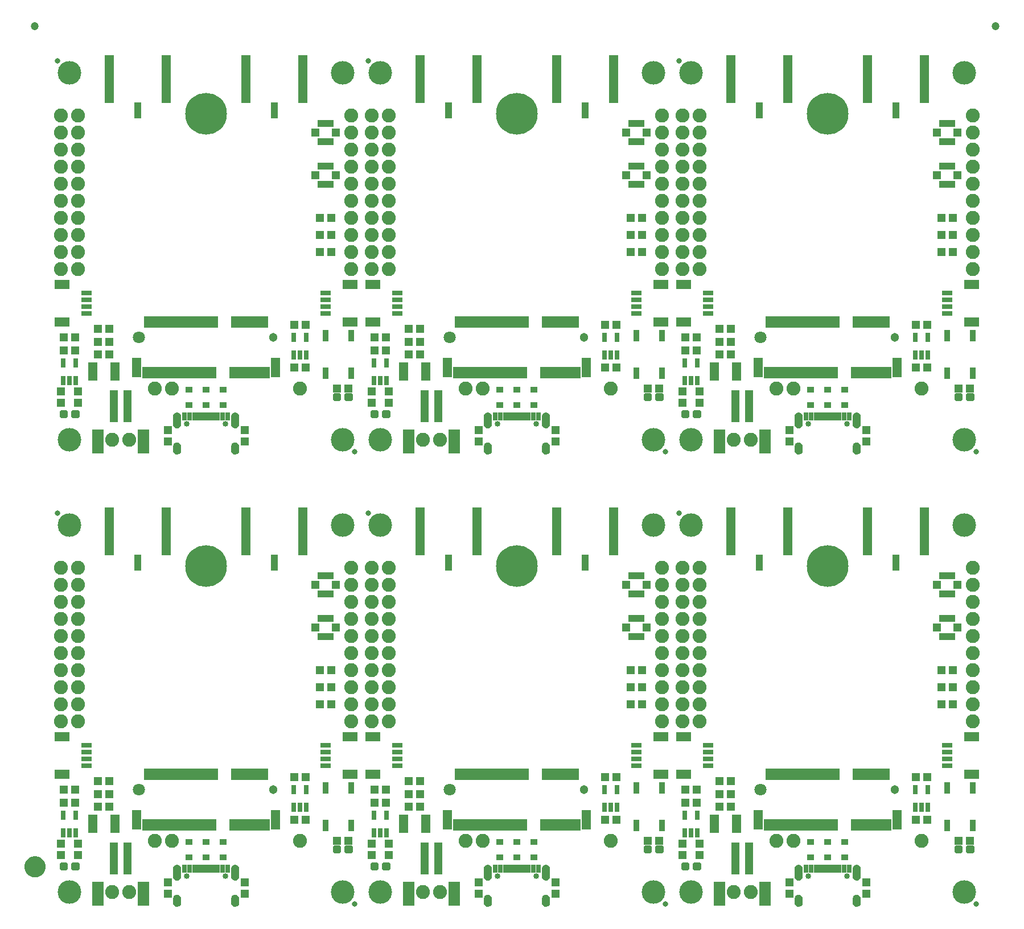
<source format=gts>
G04 EAGLE Gerber RS-274X export*
G75*
%MOMM*%
%FSLAX34Y34*%
%LPD*%
%INSoldermask Top*%
%IPPOS*%
%AMOC8*
5,1,8,0,0,1.08239X$1,22.5*%
G01*
%ADD10R,0.503200X1.203200*%
%ADD11R,0.803200X1.203200*%
%ADD12C,0.853200*%
%ADD13R,1.203200X1.303200*%
%ADD14C,0.838200*%
%ADD15C,3.505200*%
%ADD16R,2.203200X1.403200*%
%ADD17R,1.553200X0.803200*%
%ADD18R,1.303200X1.203200*%
%ADD19R,0.965200X1.727200*%
%ADD20C,2.082800*%
%ADD21C,6.203200*%
%ADD22R,0.753200X1.403200*%
%ADD23C,0.505344*%
%ADD24R,1.203200X4.803200*%
%ADD25R,1.803200X3.603200*%
%ADD26C,1.303200*%
%ADD27C,1.803200*%
%ADD28R,0.503200X1.753200*%
%ADD29R,1.403200X2.953200*%
%ADD30R,2.403200X1.053200*%
%ADD31R,1.253200X1.203200*%
%ADD32R,1.033200X0.833200*%
%ADD33R,1.403200X2.703200*%
%ADD34R,1.353200X7.203200*%
%ADD35R,1.103200X2.403200*%
%ADD36C,1.203200*%
%ADD37C,1.270000*%
%ADD38C,1.703200*%

G36*
X648964Y715983D02*
X648964Y715983D01*
X648970Y715989D01*
X648975Y715985D01*
X650205Y716350D01*
X650210Y716357D01*
X650215Y716355D01*
X651334Y716985D01*
X651337Y716992D01*
X651343Y716991D01*
X652293Y717854D01*
X652294Y717862D01*
X652300Y717862D01*
X653034Y718915D01*
X653034Y718923D01*
X653039Y718925D01*
X653521Y720115D01*
X653519Y720120D01*
X653523Y720123D01*
X653522Y720124D01*
X653524Y720125D01*
X653729Y721392D01*
X653726Y721397D01*
X653729Y721400D01*
X653729Y733400D01*
X653726Y733404D01*
X653729Y733407D01*
X653574Y734529D01*
X653569Y734534D01*
X653572Y734538D01*
X653201Y735609D01*
X653195Y735613D01*
X653197Y735618D01*
X652624Y736595D01*
X652618Y736598D01*
X652619Y736603D01*
X651866Y737450D01*
X651859Y737452D01*
X651859Y737457D01*
X650956Y738141D01*
X650949Y738141D01*
X650948Y738146D01*
X649929Y738641D01*
X649922Y738639D01*
X649920Y738644D01*
X648823Y738931D01*
X648817Y738928D01*
X648814Y738932D01*
X647683Y738999D01*
X647677Y738999D01*
X646546Y738932D01*
X646541Y738927D01*
X646537Y738931D01*
X645440Y738644D01*
X645436Y738638D01*
X645431Y738641D01*
X644412Y738146D01*
X644409Y738140D01*
X644404Y738141D01*
X643501Y737457D01*
X643499Y737450D01*
X643494Y737450D01*
X642741Y736603D01*
X642741Y736596D01*
X642736Y736595D01*
X642163Y735618D01*
X642164Y735615D01*
X642163Y735614D01*
X642164Y735613D01*
X642164Y735611D01*
X642159Y735609D01*
X641788Y734538D01*
X641790Y734533D01*
X641787Y734531D01*
X641787Y734530D01*
X641786Y734529D01*
X641631Y733407D01*
X641634Y733402D01*
X641631Y733400D01*
X641631Y721400D01*
X641634Y721395D01*
X641631Y721392D01*
X641836Y720125D01*
X641842Y720119D01*
X641839Y720115D01*
X642321Y718925D01*
X642328Y718921D01*
X642326Y718915D01*
X643060Y717862D01*
X643068Y717860D01*
X643067Y717854D01*
X644017Y716991D01*
X644026Y716990D01*
X644026Y716985D01*
X645145Y716355D01*
X645153Y716356D01*
X645155Y716350D01*
X646385Y715985D01*
X646393Y715988D01*
X646396Y715983D01*
X647677Y715901D01*
X647681Y715904D01*
X647683Y715901D01*
X648964Y715983D01*
G37*
G36*
X735364Y715983D02*
X735364Y715983D01*
X735370Y715989D01*
X735375Y715985D01*
X736605Y716350D01*
X736610Y716357D01*
X736615Y716355D01*
X737734Y716985D01*
X737737Y716992D01*
X737743Y716991D01*
X738693Y717854D01*
X738694Y717862D01*
X738700Y717862D01*
X739434Y718915D01*
X739434Y718923D01*
X739439Y718925D01*
X739921Y720115D01*
X739919Y720120D01*
X739923Y720123D01*
X739922Y720124D01*
X739924Y720125D01*
X740129Y721392D01*
X740126Y721397D01*
X740129Y721400D01*
X740129Y733400D01*
X740126Y733404D01*
X740129Y733407D01*
X739974Y734529D01*
X739969Y734534D01*
X739972Y734538D01*
X739601Y735609D01*
X739595Y735613D01*
X739597Y735618D01*
X739024Y736595D01*
X739018Y736598D01*
X739019Y736603D01*
X738266Y737450D01*
X738259Y737452D01*
X738259Y737457D01*
X737356Y738141D01*
X737349Y738141D01*
X737348Y738146D01*
X736329Y738641D01*
X736322Y738639D01*
X736320Y738644D01*
X735223Y738931D01*
X735217Y738928D01*
X735214Y738932D01*
X734083Y738999D01*
X734077Y738999D01*
X732946Y738932D01*
X732941Y738927D01*
X732937Y738931D01*
X731840Y738644D01*
X731836Y738638D01*
X731831Y738641D01*
X730812Y738146D01*
X730809Y738140D01*
X730804Y738141D01*
X729901Y737457D01*
X729899Y737450D01*
X729894Y737450D01*
X729141Y736603D01*
X729141Y736596D01*
X729136Y736595D01*
X728563Y735618D01*
X728564Y735615D01*
X728563Y735614D01*
X728564Y735613D01*
X728564Y735611D01*
X728559Y735609D01*
X728188Y734538D01*
X728190Y734533D01*
X728187Y734531D01*
X728187Y734530D01*
X728186Y734529D01*
X728031Y733407D01*
X728034Y733402D01*
X728031Y733400D01*
X728031Y721400D01*
X728034Y721395D01*
X728031Y721392D01*
X728236Y720125D01*
X728242Y720119D01*
X728239Y720115D01*
X728721Y718925D01*
X728728Y718921D01*
X728726Y718915D01*
X729460Y717862D01*
X729468Y717860D01*
X729467Y717854D01*
X730417Y716991D01*
X730426Y716990D01*
X730426Y716985D01*
X731545Y716355D01*
X731553Y716356D01*
X731555Y716350D01*
X732785Y715985D01*
X732793Y715988D01*
X732796Y715983D01*
X734077Y715901D01*
X734081Y715904D01*
X734083Y715901D01*
X735364Y715983D01*
G37*
G36*
X1111244Y715983D02*
X1111244Y715983D01*
X1111250Y715989D01*
X1111255Y715985D01*
X1112485Y716350D01*
X1112490Y716357D01*
X1112495Y716355D01*
X1113614Y716985D01*
X1113617Y716992D01*
X1113623Y716991D01*
X1114573Y717854D01*
X1114574Y717862D01*
X1114580Y717862D01*
X1115314Y718915D01*
X1115314Y718923D01*
X1115319Y718925D01*
X1115801Y720115D01*
X1115799Y720120D01*
X1115803Y720123D01*
X1115802Y720124D01*
X1115804Y720125D01*
X1116009Y721392D01*
X1116006Y721397D01*
X1116009Y721400D01*
X1116009Y733400D01*
X1116006Y733404D01*
X1116009Y733407D01*
X1115854Y734529D01*
X1115849Y734534D01*
X1115852Y734538D01*
X1115481Y735609D01*
X1115475Y735613D01*
X1115477Y735618D01*
X1114904Y736595D01*
X1114898Y736598D01*
X1114899Y736603D01*
X1114146Y737450D01*
X1114139Y737452D01*
X1114139Y737457D01*
X1113236Y738141D01*
X1113229Y738141D01*
X1113228Y738146D01*
X1112209Y738641D01*
X1112202Y738639D01*
X1112200Y738644D01*
X1111103Y738931D01*
X1111097Y738928D01*
X1111094Y738932D01*
X1109963Y738999D01*
X1109957Y738999D01*
X1108826Y738932D01*
X1108821Y738927D01*
X1108817Y738931D01*
X1107720Y738644D01*
X1107716Y738638D01*
X1107711Y738641D01*
X1106692Y738146D01*
X1106689Y738140D01*
X1106684Y738141D01*
X1105781Y737457D01*
X1105779Y737450D01*
X1105774Y737450D01*
X1105021Y736603D01*
X1105021Y736596D01*
X1105016Y736595D01*
X1104443Y735618D01*
X1104444Y735615D01*
X1104443Y735614D01*
X1104444Y735613D01*
X1104444Y735611D01*
X1104439Y735609D01*
X1104068Y734538D01*
X1104070Y734533D01*
X1104067Y734531D01*
X1104067Y734530D01*
X1104066Y734529D01*
X1103911Y733407D01*
X1103914Y733402D01*
X1103911Y733400D01*
X1103911Y721400D01*
X1103914Y721395D01*
X1103911Y721392D01*
X1104116Y720125D01*
X1104122Y720119D01*
X1104119Y720115D01*
X1104601Y718925D01*
X1104608Y718921D01*
X1104606Y718915D01*
X1105340Y717862D01*
X1105348Y717860D01*
X1105347Y717854D01*
X1106297Y716991D01*
X1106306Y716990D01*
X1106306Y716985D01*
X1107425Y716355D01*
X1107433Y716356D01*
X1107435Y716350D01*
X1108665Y715985D01*
X1108673Y715988D01*
X1108676Y715983D01*
X1109957Y715901D01*
X1109961Y715904D01*
X1109963Y715901D01*
X1111244Y715983D01*
G37*
G36*
X1197644Y715983D02*
X1197644Y715983D01*
X1197650Y715989D01*
X1197655Y715985D01*
X1198885Y716350D01*
X1198890Y716357D01*
X1198895Y716355D01*
X1200014Y716985D01*
X1200017Y716992D01*
X1200023Y716991D01*
X1200973Y717854D01*
X1200974Y717862D01*
X1200980Y717862D01*
X1201714Y718915D01*
X1201714Y718923D01*
X1201719Y718925D01*
X1202201Y720115D01*
X1202199Y720120D01*
X1202203Y720123D01*
X1202202Y720124D01*
X1202204Y720125D01*
X1202409Y721392D01*
X1202406Y721397D01*
X1202409Y721400D01*
X1202409Y733400D01*
X1202406Y733404D01*
X1202409Y733407D01*
X1202254Y734529D01*
X1202249Y734534D01*
X1202252Y734538D01*
X1201881Y735609D01*
X1201875Y735613D01*
X1201877Y735618D01*
X1201304Y736595D01*
X1201298Y736598D01*
X1201299Y736603D01*
X1200546Y737450D01*
X1200539Y737452D01*
X1200539Y737457D01*
X1199636Y738141D01*
X1199629Y738141D01*
X1199628Y738146D01*
X1198609Y738641D01*
X1198602Y738639D01*
X1198600Y738644D01*
X1197503Y738931D01*
X1197497Y738928D01*
X1197494Y738932D01*
X1196363Y738999D01*
X1196357Y738999D01*
X1195226Y738932D01*
X1195221Y738927D01*
X1195217Y738931D01*
X1194120Y738644D01*
X1194116Y738638D01*
X1194111Y738641D01*
X1193092Y738146D01*
X1193089Y738140D01*
X1193084Y738141D01*
X1192181Y737457D01*
X1192179Y737450D01*
X1192174Y737450D01*
X1191421Y736603D01*
X1191421Y736596D01*
X1191416Y736595D01*
X1190843Y735618D01*
X1190844Y735615D01*
X1190843Y735614D01*
X1190844Y735613D01*
X1190844Y735611D01*
X1190839Y735609D01*
X1190468Y734538D01*
X1190470Y734533D01*
X1190467Y734531D01*
X1190467Y734530D01*
X1190466Y734529D01*
X1190311Y733407D01*
X1190314Y733402D01*
X1190311Y733400D01*
X1190311Y721400D01*
X1190314Y721395D01*
X1190311Y721392D01*
X1190516Y720125D01*
X1190522Y720119D01*
X1190519Y720115D01*
X1191001Y718925D01*
X1191008Y718921D01*
X1191006Y718915D01*
X1191740Y717862D01*
X1191748Y717860D01*
X1191747Y717854D01*
X1192697Y716991D01*
X1192706Y716990D01*
X1192706Y716985D01*
X1193825Y716355D01*
X1193833Y716356D01*
X1193835Y716350D01*
X1195065Y715985D01*
X1195073Y715988D01*
X1195076Y715983D01*
X1196357Y715901D01*
X1196361Y715904D01*
X1196363Y715901D01*
X1197644Y715983D01*
G37*
G36*
X273084Y715983D02*
X273084Y715983D01*
X273090Y715989D01*
X273095Y715985D01*
X274325Y716350D01*
X274330Y716357D01*
X274335Y716355D01*
X275454Y716985D01*
X275457Y716992D01*
X275463Y716991D01*
X276413Y717854D01*
X276414Y717862D01*
X276420Y717862D01*
X277154Y718915D01*
X277154Y718923D01*
X277159Y718925D01*
X277641Y720115D01*
X277639Y720120D01*
X277643Y720123D01*
X277642Y720124D01*
X277644Y720125D01*
X277849Y721392D01*
X277846Y721397D01*
X277849Y721400D01*
X277849Y733400D01*
X277846Y733404D01*
X277849Y733407D01*
X277694Y734529D01*
X277689Y734534D01*
X277692Y734538D01*
X277321Y735609D01*
X277315Y735613D01*
X277317Y735618D01*
X276744Y736595D01*
X276738Y736598D01*
X276739Y736603D01*
X275986Y737450D01*
X275979Y737452D01*
X275979Y737457D01*
X275076Y738141D01*
X275069Y738141D01*
X275068Y738146D01*
X274049Y738641D01*
X274042Y738639D01*
X274040Y738644D01*
X272943Y738931D01*
X272937Y738928D01*
X272934Y738932D01*
X271803Y738999D01*
X271797Y738999D01*
X270666Y738932D01*
X270661Y738927D01*
X270657Y738931D01*
X269560Y738644D01*
X269556Y738638D01*
X269551Y738641D01*
X268532Y738146D01*
X268529Y738140D01*
X268524Y738141D01*
X267621Y737457D01*
X267619Y737450D01*
X267614Y737450D01*
X266861Y736603D01*
X266861Y736596D01*
X266856Y736595D01*
X266283Y735618D01*
X266284Y735615D01*
X266283Y735614D01*
X266284Y735613D01*
X266284Y735611D01*
X266279Y735609D01*
X265908Y734538D01*
X265910Y734533D01*
X265907Y734531D01*
X265907Y734530D01*
X265906Y734529D01*
X265751Y733407D01*
X265754Y733402D01*
X265751Y733400D01*
X265751Y721400D01*
X265754Y721395D01*
X265751Y721392D01*
X265956Y720125D01*
X265962Y720119D01*
X265959Y720115D01*
X266441Y718925D01*
X266448Y718921D01*
X266446Y718915D01*
X267180Y717862D01*
X267188Y717860D01*
X267187Y717854D01*
X268137Y716991D01*
X268146Y716990D01*
X268146Y716985D01*
X269265Y716355D01*
X269273Y716356D01*
X269275Y716350D01*
X270505Y715985D01*
X270513Y715988D01*
X270516Y715983D01*
X271797Y715901D01*
X271801Y715904D01*
X271803Y715901D01*
X273084Y715983D01*
G37*
G36*
X186684Y715983D02*
X186684Y715983D01*
X186690Y715989D01*
X186695Y715985D01*
X187925Y716350D01*
X187930Y716357D01*
X187935Y716355D01*
X189054Y716985D01*
X189057Y716992D01*
X189063Y716991D01*
X190013Y717854D01*
X190014Y717862D01*
X190020Y717862D01*
X190754Y718915D01*
X190754Y718923D01*
X190759Y718925D01*
X191241Y720115D01*
X191239Y720120D01*
X191243Y720123D01*
X191242Y720124D01*
X191244Y720125D01*
X191449Y721392D01*
X191446Y721397D01*
X191449Y721400D01*
X191449Y733400D01*
X191446Y733404D01*
X191449Y733407D01*
X191294Y734529D01*
X191289Y734534D01*
X191292Y734538D01*
X190921Y735609D01*
X190915Y735613D01*
X190917Y735618D01*
X190344Y736595D01*
X190338Y736598D01*
X190339Y736603D01*
X189586Y737450D01*
X189579Y737452D01*
X189579Y737457D01*
X188676Y738141D01*
X188669Y738141D01*
X188668Y738146D01*
X187649Y738641D01*
X187642Y738639D01*
X187640Y738644D01*
X186543Y738931D01*
X186537Y738928D01*
X186534Y738932D01*
X185403Y738999D01*
X185397Y738999D01*
X184266Y738932D01*
X184261Y738927D01*
X184257Y738931D01*
X183160Y738644D01*
X183156Y738638D01*
X183151Y738641D01*
X182132Y738146D01*
X182129Y738140D01*
X182124Y738141D01*
X181221Y737457D01*
X181219Y737450D01*
X181214Y737450D01*
X180461Y736603D01*
X180461Y736596D01*
X180456Y736595D01*
X179883Y735618D01*
X179884Y735615D01*
X179883Y735614D01*
X179884Y735613D01*
X179884Y735611D01*
X179879Y735609D01*
X179508Y734538D01*
X179510Y734533D01*
X179507Y734531D01*
X179507Y734530D01*
X179506Y734529D01*
X179351Y733407D01*
X179354Y733402D01*
X179351Y733400D01*
X179351Y721400D01*
X179354Y721395D01*
X179351Y721392D01*
X179556Y720125D01*
X179562Y720119D01*
X179559Y720115D01*
X180041Y718925D01*
X180048Y718921D01*
X180046Y718915D01*
X180780Y717862D01*
X180788Y717860D01*
X180787Y717854D01*
X181737Y716991D01*
X181746Y716990D01*
X181746Y716985D01*
X182865Y716355D01*
X182873Y716356D01*
X182875Y716350D01*
X184105Y715985D01*
X184113Y715988D01*
X184116Y715983D01*
X185397Y715901D01*
X185401Y715904D01*
X185403Y715901D01*
X186684Y715983D01*
G37*
G36*
X273084Y42883D02*
X273084Y42883D01*
X273090Y42889D01*
X273095Y42885D01*
X274325Y43250D01*
X274330Y43257D01*
X274335Y43255D01*
X275454Y43885D01*
X275457Y43892D01*
X275463Y43891D01*
X276413Y44754D01*
X276414Y44762D01*
X276420Y44762D01*
X277154Y45815D01*
X277154Y45823D01*
X277159Y45825D01*
X277641Y47015D01*
X277639Y47020D01*
X277643Y47023D01*
X277642Y47024D01*
X277644Y47025D01*
X277849Y48292D01*
X277846Y48297D01*
X277849Y48300D01*
X277849Y60300D01*
X277846Y60304D01*
X277849Y60307D01*
X277694Y61429D01*
X277689Y61434D01*
X277692Y61438D01*
X277321Y62509D01*
X277315Y62513D01*
X277317Y62518D01*
X276744Y63495D01*
X276738Y63498D01*
X276739Y63503D01*
X275986Y64350D01*
X275979Y64352D01*
X275979Y64357D01*
X275076Y65041D01*
X275069Y65041D01*
X275068Y65046D01*
X274049Y65541D01*
X274042Y65539D01*
X274040Y65544D01*
X272943Y65831D01*
X272937Y65828D01*
X272934Y65832D01*
X271803Y65899D01*
X271797Y65899D01*
X270666Y65832D01*
X270661Y65827D01*
X270657Y65831D01*
X269560Y65544D01*
X269556Y65538D01*
X269551Y65541D01*
X268532Y65046D01*
X268529Y65040D01*
X268524Y65041D01*
X267621Y64357D01*
X267619Y64350D01*
X267614Y64350D01*
X266861Y63503D01*
X266861Y63496D01*
X266856Y63495D01*
X266283Y62518D01*
X266284Y62515D01*
X266283Y62514D01*
X266284Y62513D01*
X266284Y62511D01*
X266279Y62509D01*
X265908Y61438D01*
X265910Y61433D01*
X265907Y61431D01*
X265907Y61430D01*
X265906Y61429D01*
X265751Y60307D01*
X265754Y60302D01*
X265751Y60300D01*
X265751Y48300D01*
X265754Y48295D01*
X265751Y48292D01*
X265956Y47025D01*
X265962Y47019D01*
X265959Y47015D01*
X266441Y45825D01*
X266448Y45821D01*
X266446Y45815D01*
X267180Y44762D01*
X267188Y44760D01*
X267187Y44754D01*
X268137Y43891D01*
X268146Y43890D01*
X268146Y43885D01*
X269265Y43255D01*
X269273Y43256D01*
X269275Y43250D01*
X270505Y42885D01*
X270513Y42888D01*
X270516Y42883D01*
X271797Y42801D01*
X271801Y42804D01*
X271803Y42801D01*
X273084Y42883D01*
G37*
G36*
X1197644Y42883D02*
X1197644Y42883D01*
X1197650Y42889D01*
X1197655Y42885D01*
X1198885Y43250D01*
X1198890Y43257D01*
X1198895Y43255D01*
X1200014Y43885D01*
X1200017Y43892D01*
X1200023Y43891D01*
X1200973Y44754D01*
X1200974Y44762D01*
X1200980Y44762D01*
X1201714Y45815D01*
X1201714Y45823D01*
X1201719Y45825D01*
X1202201Y47015D01*
X1202199Y47020D01*
X1202203Y47023D01*
X1202202Y47024D01*
X1202204Y47025D01*
X1202409Y48292D01*
X1202406Y48297D01*
X1202409Y48300D01*
X1202409Y60300D01*
X1202406Y60304D01*
X1202409Y60307D01*
X1202254Y61429D01*
X1202249Y61434D01*
X1202252Y61438D01*
X1201881Y62509D01*
X1201875Y62513D01*
X1201877Y62518D01*
X1201304Y63495D01*
X1201298Y63498D01*
X1201299Y63503D01*
X1200546Y64350D01*
X1200539Y64352D01*
X1200539Y64357D01*
X1199636Y65041D01*
X1199629Y65041D01*
X1199628Y65046D01*
X1198609Y65541D01*
X1198602Y65539D01*
X1198600Y65544D01*
X1197503Y65831D01*
X1197497Y65828D01*
X1197494Y65832D01*
X1196363Y65899D01*
X1196357Y65899D01*
X1195226Y65832D01*
X1195221Y65827D01*
X1195217Y65831D01*
X1194120Y65544D01*
X1194116Y65538D01*
X1194111Y65541D01*
X1193092Y65046D01*
X1193089Y65040D01*
X1193084Y65041D01*
X1192181Y64357D01*
X1192179Y64350D01*
X1192174Y64350D01*
X1191421Y63503D01*
X1191421Y63496D01*
X1191416Y63495D01*
X1190843Y62518D01*
X1190844Y62515D01*
X1190843Y62514D01*
X1190844Y62513D01*
X1190844Y62511D01*
X1190839Y62509D01*
X1190468Y61438D01*
X1190470Y61433D01*
X1190467Y61431D01*
X1190467Y61430D01*
X1190466Y61429D01*
X1190311Y60307D01*
X1190314Y60302D01*
X1190311Y60300D01*
X1190311Y48300D01*
X1190314Y48295D01*
X1190311Y48292D01*
X1190516Y47025D01*
X1190522Y47019D01*
X1190519Y47015D01*
X1191001Y45825D01*
X1191008Y45821D01*
X1191006Y45815D01*
X1191740Y44762D01*
X1191748Y44760D01*
X1191747Y44754D01*
X1192697Y43891D01*
X1192706Y43890D01*
X1192706Y43885D01*
X1193825Y43255D01*
X1193833Y43256D01*
X1193835Y43250D01*
X1195065Y42885D01*
X1195073Y42888D01*
X1195076Y42883D01*
X1196357Y42801D01*
X1196361Y42804D01*
X1196363Y42801D01*
X1197644Y42883D01*
G37*
G36*
X648964Y42883D02*
X648964Y42883D01*
X648970Y42889D01*
X648975Y42885D01*
X650205Y43250D01*
X650210Y43257D01*
X650215Y43255D01*
X651334Y43885D01*
X651337Y43892D01*
X651343Y43891D01*
X652293Y44754D01*
X652294Y44762D01*
X652300Y44762D01*
X653034Y45815D01*
X653034Y45823D01*
X653039Y45825D01*
X653521Y47015D01*
X653519Y47020D01*
X653523Y47023D01*
X653522Y47024D01*
X653524Y47025D01*
X653729Y48292D01*
X653726Y48297D01*
X653729Y48300D01*
X653729Y60300D01*
X653726Y60304D01*
X653729Y60307D01*
X653574Y61429D01*
X653569Y61434D01*
X653572Y61438D01*
X653201Y62509D01*
X653195Y62513D01*
X653197Y62518D01*
X652624Y63495D01*
X652618Y63498D01*
X652619Y63503D01*
X651866Y64350D01*
X651859Y64352D01*
X651859Y64357D01*
X650956Y65041D01*
X650949Y65041D01*
X650948Y65046D01*
X649929Y65541D01*
X649922Y65539D01*
X649920Y65544D01*
X648823Y65831D01*
X648817Y65828D01*
X648814Y65832D01*
X647683Y65899D01*
X647677Y65899D01*
X646546Y65832D01*
X646541Y65827D01*
X646537Y65831D01*
X645440Y65544D01*
X645436Y65538D01*
X645431Y65541D01*
X644412Y65046D01*
X644409Y65040D01*
X644404Y65041D01*
X643501Y64357D01*
X643499Y64350D01*
X643494Y64350D01*
X642741Y63503D01*
X642741Y63496D01*
X642736Y63495D01*
X642163Y62518D01*
X642164Y62515D01*
X642163Y62514D01*
X642164Y62513D01*
X642164Y62511D01*
X642159Y62509D01*
X641788Y61438D01*
X641790Y61433D01*
X641787Y61431D01*
X641787Y61430D01*
X641786Y61429D01*
X641631Y60307D01*
X641634Y60302D01*
X641631Y60300D01*
X641631Y48300D01*
X641634Y48295D01*
X641631Y48292D01*
X641836Y47025D01*
X641842Y47019D01*
X641839Y47015D01*
X642321Y45825D01*
X642328Y45821D01*
X642326Y45815D01*
X643060Y44762D01*
X643068Y44760D01*
X643067Y44754D01*
X644017Y43891D01*
X644026Y43890D01*
X644026Y43885D01*
X645145Y43255D01*
X645153Y43256D01*
X645155Y43250D01*
X646385Y42885D01*
X646393Y42888D01*
X646396Y42883D01*
X647677Y42801D01*
X647681Y42804D01*
X647683Y42801D01*
X648964Y42883D01*
G37*
G36*
X735364Y42883D02*
X735364Y42883D01*
X735370Y42889D01*
X735375Y42885D01*
X736605Y43250D01*
X736610Y43257D01*
X736615Y43255D01*
X737734Y43885D01*
X737737Y43892D01*
X737743Y43891D01*
X738693Y44754D01*
X738694Y44762D01*
X738700Y44762D01*
X739434Y45815D01*
X739434Y45823D01*
X739439Y45825D01*
X739921Y47015D01*
X739919Y47020D01*
X739923Y47023D01*
X739922Y47024D01*
X739924Y47025D01*
X740129Y48292D01*
X740126Y48297D01*
X740129Y48300D01*
X740129Y60300D01*
X740126Y60304D01*
X740129Y60307D01*
X739974Y61429D01*
X739969Y61434D01*
X739972Y61438D01*
X739601Y62509D01*
X739595Y62513D01*
X739597Y62518D01*
X739024Y63495D01*
X739018Y63498D01*
X739019Y63503D01*
X738266Y64350D01*
X738259Y64352D01*
X738259Y64357D01*
X737356Y65041D01*
X737349Y65041D01*
X737348Y65046D01*
X736329Y65541D01*
X736322Y65539D01*
X736320Y65544D01*
X735223Y65831D01*
X735217Y65828D01*
X735214Y65832D01*
X734083Y65899D01*
X734077Y65899D01*
X732946Y65832D01*
X732941Y65827D01*
X732937Y65831D01*
X731840Y65544D01*
X731836Y65538D01*
X731831Y65541D01*
X730812Y65046D01*
X730809Y65040D01*
X730804Y65041D01*
X729901Y64357D01*
X729899Y64350D01*
X729894Y64350D01*
X729141Y63503D01*
X729141Y63496D01*
X729136Y63495D01*
X728563Y62518D01*
X728564Y62515D01*
X728563Y62514D01*
X728564Y62513D01*
X728564Y62511D01*
X728559Y62509D01*
X728188Y61438D01*
X728190Y61433D01*
X728187Y61431D01*
X728187Y61430D01*
X728186Y61429D01*
X728031Y60307D01*
X728034Y60302D01*
X728031Y60300D01*
X728031Y48300D01*
X728034Y48295D01*
X728031Y48292D01*
X728236Y47025D01*
X728242Y47019D01*
X728239Y47015D01*
X728721Y45825D01*
X728728Y45821D01*
X728726Y45815D01*
X729460Y44762D01*
X729468Y44760D01*
X729467Y44754D01*
X730417Y43891D01*
X730426Y43890D01*
X730426Y43885D01*
X731545Y43255D01*
X731553Y43256D01*
X731555Y43250D01*
X732785Y42885D01*
X732793Y42888D01*
X732796Y42883D01*
X734077Y42801D01*
X734081Y42804D01*
X734083Y42801D01*
X735364Y42883D01*
G37*
G36*
X1111244Y42883D02*
X1111244Y42883D01*
X1111250Y42889D01*
X1111255Y42885D01*
X1112485Y43250D01*
X1112490Y43257D01*
X1112495Y43255D01*
X1113614Y43885D01*
X1113617Y43892D01*
X1113623Y43891D01*
X1114573Y44754D01*
X1114574Y44762D01*
X1114580Y44762D01*
X1115314Y45815D01*
X1115314Y45823D01*
X1115319Y45825D01*
X1115801Y47015D01*
X1115799Y47020D01*
X1115803Y47023D01*
X1115802Y47024D01*
X1115804Y47025D01*
X1116009Y48292D01*
X1116006Y48297D01*
X1116009Y48300D01*
X1116009Y60300D01*
X1116006Y60304D01*
X1116009Y60307D01*
X1115854Y61429D01*
X1115849Y61434D01*
X1115852Y61438D01*
X1115481Y62509D01*
X1115475Y62513D01*
X1115477Y62518D01*
X1114904Y63495D01*
X1114898Y63498D01*
X1114899Y63503D01*
X1114146Y64350D01*
X1114139Y64352D01*
X1114139Y64357D01*
X1113236Y65041D01*
X1113229Y65041D01*
X1113228Y65046D01*
X1112209Y65541D01*
X1112202Y65539D01*
X1112200Y65544D01*
X1111103Y65831D01*
X1111097Y65828D01*
X1111094Y65832D01*
X1109963Y65899D01*
X1109957Y65899D01*
X1108826Y65832D01*
X1108821Y65827D01*
X1108817Y65831D01*
X1107720Y65544D01*
X1107716Y65538D01*
X1107711Y65541D01*
X1106692Y65046D01*
X1106689Y65040D01*
X1106684Y65041D01*
X1105781Y64357D01*
X1105779Y64350D01*
X1105774Y64350D01*
X1105021Y63503D01*
X1105021Y63496D01*
X1105016Y63495D01*
X1104443Y62518D01*
X1104444Y62515D01*
X1104443Y62514D01*
X1104444Y62513D01*
X1104444Y62511D01*
X1104439Y62509D01*
X1104068Y61438D01*
X1104070Y61433D01*
X1104067Y61431D01*
X1104067Y61430D01*
X1104066Y61429D01*
X1103911Y60307D01*
X1103914Y60302D01*
X1103911Y60300D01*
X1103911Y48300D01*
X1103914Y48295D01*
X1103911Y48292D01*
X1104116Y47025D01*
X1104122Y47019D01*
X1104119Y47015D01*
X1104601Y45825D01*
X1104608Y45821D01*
X1104606Y45815D01*
X1105340Y44762D01*
X1105348Y44760D01*
X1105347Y44754D01*
X1106297Y43891D01*
X1106306Y43890D01*
X1106306Y43885D01*
X1107425Y43255D01*
X1107433Y43256D01*
X1107435Y43250D01*
X1108665Y42885D01*
X1108673Y42888D01*
X1108676Y42883D01*
X1109957Y42801D01*
X1109961Y42804D01*
X1109963Y42801D01*
X1111244Y42883D01*
G37*
G36*
X186684Y42883D02*
X186684Y42883D01*
X186690Y42889D01*
X186695Y42885D01*
X187925Y43250D01*
X187930Y43257D01*
X187935Y43255D01*
X189054Y43885D01*
X189057Y43892D01*
X189063Y43891D01*
X190013Y44754D01*
X190014Y44762D01*
X190020Y44762D01*
X190754Y45815D01*
X190754Y45823D01*
X190759Y45825D01*
X191241Y47015D01*
X191239Y47020D01*
X191243Y47023D01*
X191242Y47024D01*
X191244Y47025D01*
X191449Y48292D01*
X191446Y48297D01*
X191449Y48300D01*
X191449Y60300D01*
X191446Y60304D01*
X191449Y60307D01*
X191294Y61429D01*
X191289Y61434D01*
X191292Y61438D01*
X190921Y62509D01*
X190915Y62513D01*
X190917Y62518D01*
X190344Y63495D01*
X190338Y63498D01*
X190339Y63503D01*
X189586Y64350D01*
X189579Y64352D01*
X189579Y64357D01*
X188676Y65041D01*
X188669Y65041D01*
X188668Y65046D01*
X187649Y65541D01*
X187642Y65539D01*
X187640Y65544D01*
X186543Y65831D01*
X186537Y65828D01*
X186534Y65832D01*
X185403Y65899D01*
X185397Y65899D01*
X184266Y65832D01*
X184261Y65827D01*
X184257Y65831D01*
X183160Y65544D01*
X183156Y65538D01*
X183151Y65541D01*
X182132Y65046D01*
X182129Y65040D01*
X182124Y65041D01*
X181221Y64357D01*
X181219Y64350D01*
X181214Y64350D01*
X180461Y63503D01*
X180461Y63496D01*
X180456Y63495D01*
X179883Y62518D01*
X179884Y62515D01*
X179883Y62514D01*
X179884Y62513D01*
X179884Y62511D01*
X179879Y62509D01*
X179508Y61438D01*
X179510Y61433D01*
X179507Y61431D01*
X179507Y61430D01*
X179506Y61429D01*
X179351Y60307D01*
X179354Y60302D01*
X179351Y60300D01*
X179351Y48300D01*
X179354Y48295D01*
X179351Y48292D01*
X179556Y47025D01*
X179562Y47019D01*
X179559Y47015D01*
X180041Y45825D01*
X180048Y45821D01*
X180046Y45815D01*
X180780Y44762D01*
X180788Y44760D01*
X180787Y44754D01*
X181737Y43891D01*
X181746Y43890D01*
X181746Y43885D01*
X182865Y43255D01*
X182873Y43256D01*
X182875Y43250D01*
X184105Y42885D01*
X184113Y42888D01*
X184116Y42883D01*
X185397Y42801D01*
X185401Y42804D01*
X185403Y42801D01*
X186684Y42883D01*
G37*
G36*
X186571Y676711D02*
X186571Y676711D01*
X186576Y676716D01*
X186580Y676713D01*
X187703Y677048D01*
X187707Y677054D01*
X187711Y677052D01*
X188747Y677600D01*
X188750Y677606D01*
X188755Y677605D01*
X189663Y678344D01*
X189665Y678351D01*
X189670Y678351D01*
X190417Y679253D01*
X190417Y679261D01*
X190423Y679261D01*
X190979Y680292D01*
X190978Y680299D01*
X190983Y680301D01*
X191327Y681420D01*
X191325Y681427D01*
X191329Y681430D01*
X191449Y682595D01*
X191447Y682598D01*
X191449Y682600D01*
X191449Y688600D01*
X191447Y688603D01*
X191449Y688605D01*
X191338Y689781D01*
X191333Y689786D01*
X191336Y689790D01*
X190998Y690922D01*
X190992Y690926D01*
X190994Y690931D01*
X190442Y691975D01*
X190435Y691978D01*
X190437Y691983D01*
X189691Y692899D01*
X189684Y692900D01*
X189684Y692906D01*
X188775Y693659D01*
X188767Y693659D01*
X188767Y693664D01*
X187727Y694225D01*
X187720Y694224D01*
X187718Y694229D01*
X186589Y694576D01*
X186583Y694574D01*
X186580Y694578D01*
X185405Y694699D01*
X185398Y694695D01*
X185394Y694699D01*
X184054Y694542D01*
X184048Y694537D01*
X184043Y694540D01*
X182772Y694089D01*
X182767Y694082D01*
X182762Y694084D01*
X181623Y693362D01*
X181620Y693354D01*
X181614Y693355D01*
X180664Y692397D01*
X180663Y692389D01*
X180657Y692388D01*
X179944Y691243D01*
X179945Y691235D01*
X179939Y691233D01*
X179499Y689957D01*
X179501Y689950D01*
X179497Y689947D01*
X179351Y688605D01*
X179353Y688602D01*
X179351Y688600D01*
X179351Y682600D01*
X179353Y682597D01*
X179351Y682594D01*
X179506Y681265D01*
X179512Y681259D01*
X179509Y681255D01*
X179956Y679994D01*
X179963Y679989D01*
X179961Y679984D01*
X180678Y678854D01*
X180685Y678851D01*
X180684Y678845D01*
X181635Y677903D01*
X181643Y677902D01*
X181643Y677896D01*
X182779Y677189D01*
X182787Y677190D01*
X182789Y677184D01*
X184054Y676748D01*
X184059Y676749D01*
X184060Y676749D01*
X184063Y676749D01*
X184065Y676745D01*
X185395Y676601D01*
X185401Y676605D01*
X185405Y676601D01*
X186571Y676711D01*
G37*
G36*
X648851Y676711D02*
X648851Y676711D01*
X648856Y676716D01*
X648860Y676713D01*
X649983Y677048D01*
X649987Y677054D01*
X649991Y677052D01*
X651027Y677600D01*
X651030Y677606D01*
X651035Y677605D01*
X651943Y678344D01*
X651945Y678351D01*
X651950Y678351D01*
X652697Y679253D01*
X652697Y679261D01*
X652703Y679261D01*
X653259Y680292D01*
X653258Y680299D01*
X653263Y680301D01*
X653607Y681420D01*
X653605Y681427D01*
X653609Y681430D01*
X653729Y682595D01*
X653727Y682598D01*
X653729Y682600D01*
X653729Y688600D01*
X653727Y688603D01*
X653729Y688605D01*
X653618Y689781D01*
X653613Y689786D01*
X653616Y689790D01*
X653278Y690922D01*
X653272Y690926D01*
X653274Y690931D01*
X652722Y691975D01*
X652715Y691978D01*
X652717Y691983D01*
X651971Y692899D01*
X651964Y692900D01*
X651964Y692906D01*
X651055Y693659D01*
X651047Y693659D01*
X651047Y693664D01*
X650007Y694225D01*
X650000Y694224D01*
X649998Y694229D01*
X648869Y694576D01*
X648863Y694574D01*
X648860Y694578D01*
X647685Y694699D01*
X647678Y694695D01*
X647674Y694699D01*
X646334Y694542D01*
X646328Y694537D01*
X646323Y694540D01*
X645052Y694089D01*
X645047Y694082D01*
X645042Y694084D01*
X643903Y693362D01*
X643900Y693354D01*
X643894Y693355D01*
X642944Y692397D01*
X642943Y692389D01*
X642937Y692388D01*
X642224Y691243D01*
X642225Y691235D01*
X642219Y691233D01*
X641779Y689957D01*
X641781Y689950D01*
X641777Y689947D01*
X641631Y688605D01*
X641633Y688602D01*
X641631Y688600D01*
X641631Y682600D01*
X641633Y682597D01*
X641631Y682594D01*
X641786Y681265D01*
X641792Y681259D01*
X641789Y681255D01*
X642236Y679994D01*
X642243Y679989D01*
X642241Y679984D01*
X642958Y678854D01*
X642965Y678851D01*
X642964Y678845D01*
X643915Y677903D01*
X643923Y677902D01*
X643923Y677896D01*
X645059Y677189D01*
X645067Y677190D01*
X645069Y677184D01*
X646334Y676748D01*
X646339Y676749D01*
X646340Y676749D01*
X646343Y676749D01*
X646345Y676745D01*
X647675Y676601D01*
X647681Y676605D01*
X647685Y676601D01*
X648851Y676711D01*
G37*
G36*
X1111131Y676711D02*
X1111131Y676711D01*
X1111136Y676716D01*
X1111140Y676713D01*
X1112263Y677048D01*
X1112267Y677054D01*
X1112271Y677052D01*
X1113307Y677600D01*
X1113310Y677606D01*
X1113315Y677605D01*
X1114223Y678344D01*
X1114225Y678351D01*
X1114230Y678351D01*
X1114977Y679253D01*
X1114977Y679261D01*
X1114983Y679261D01*
X1115539Y680292D01*
X1115538Y680299D01*
X1115543Y680301D01*
X1115887Y681420D01*
X1115885Y681427D01*
X1115889Y681430D01*
X1116009Y682595D01*
X1116007Y682598D01*
X1116009Y682600D01*
X1116009Y688600D01*
X1116007Y688603D01*
X1116009Y688605D01*
X1115898Y689781D01*
X1115893Y689786D01*
X1115896Y689790D01*
X1115558Y690922D01*
X1115552Y690926D01*
X1115554Y690931D01*
X1115002Y691975D01*
X1114995Y691978D01*
X1114997Y691983D01*
X1114251Y692899D01*
X1114244Y692900D01*
X1114244Y692906D01*
X1113335Y693659D01*
X1113327Y693659D01*
X1113327Y693664D01*
X1112287Y694225D01*
X1112280Y694224D01*
X1112278Y694229D01*
X1111149Y694576D01*
X1111143Y694574D01*
X1111140Y694578D01*
X1109965Y694699D01*
X1109958Y694695D01*
X1109954Y694699D01*
X1108614Y694542D01*
X1108608Y694537D01*
X1108603Y694540D01*
X1107332Y694089D01*
X1107327Y694082D01*
X1107322Y694084D01*
X1106183Y693362D01*
X1106180Y693354D01*
X1106174Y693355D01*
X1105224Y692397D01*
X1105223Y692389D01*
X1105217Y692388D01*
X1104504Y691243D01*
X1104505Y691235D01*
X1104499Y691233D01*
X1104059Y689957D01*
X1104061Y689950D01*
X1104057Y689947D01*
X1103911Y688605D01*
X1103913Y688602D01*
X1103911Y688600D01*
X1103911Y682600D01*
X1103913Y682597D01*
X1103911Y682594D01*
X1104066Y681265D01*
X1104072Y681259D01*
X1104069Y681255D01*
X1104516Y679994D01*
X1104523Y679989D01*
X1104521Y679984D01*
X1105238Y678854D01*
X1105245Y678851D01*
X1105244Y678845D01*
X1106195Y677903D01*
X1106203Y677902D01*
X1106203Y677896D01*
X1107339Y677189D01*
X1107347Y677190D01*
X1107349Y677184D01*
X1108614Y676748D01*
X1108619Y676749D01*
X1108620Y676749D01*
X1108623Y676749D01*
X1108625Y676745D01*
X1109955Y676601D01*
X1109961Y676605D01*
X1109965Y676601D01*
X1111131Y676711D01*
G37*
G36*
X1197531Y676711D02*
X1197531Y676711D01*
X1197536Y676716D01*
X1197540Y676713D01*
X1198663Y677048D01*
X1198667Y677054D01*
X1198671Y677052D01*
X1199707Y677600D01*
X1199710Y677606D01*
X1199715Y677605D01*
X1200623Y678344D01*
X1200625Y678351D01*
X1200630Y678351D01*
X1201377Y679253D01*
X1201377Y679261D01*
X1201383Y679261D01*
X1201939Y680292D01*
X1201938Y680299D01*
X1201943Y680301D01*
X1202287Y681420D01*
X1202285Y681427D01*
X1202289Y681430D01*
X1202409Y682595D01*
X1202407Y682598D01*
X1202409Y682600D01*
X1202409Y688600D01*
X1202407Y688603D01*
X1202409Y688605D01*
X1202298Y689781D01*
X1202293Y689786D01*
X1202296Y689790D01*
X1201958Y690922D01*
X1201952Y690926D01*
X1201954Y690931D01*
X1201402Y691975D01*
X1201395Y691978D01*
X1201397Y691983D01*
X1200651Y692899D01*
X1200644Y692900D01*
X1200644Y692906D01*
X1199735Y693659D01*
X1199727Y693659D01*
X1199727Y693664D01*
X1198687Y694225D01*
X1198680Y694224D01*
X1198678Y694229D01*
X1197549Y694576D01*
X1197543Y694574D01*
X1197540Y694578D01*
X1196365Y694699D01*
X1196358Y694695D01*
X1196354Y694699D01*
X1195014Y694542D01*
X1195008Y694537D01*
X1195003Y694540D01*
X1193732Y694089D01*
X1193727Y694082D01*
X1193722Y694084D01*
X1192583Y693362D01*
X1192580Y693354D01*
X1192574Y693355D01*
X1191624Y692397D01*
X1191623Y692389D01*
X1191617Y692388D01*
X1190904Y691243D01*
X1190905Y691235D01*
X1190899Y691233D01*
X1190459Y689957D01*
X1190461Y689950D01*
X1190457Y689947D01*
X1190311Y688605D01*
X1190313Y688602D01*
X1190311Y688600D01*
X1190311Y682600D01*
X1190313Y682597D01*
X1190311Y682594D01*
X1190466Y681265D01*
X1190472Y681259D01*
X1190469Y681255D01*
X1190916Y679994D01*
X1190923Y679989D01*
X1190921Y679984D01*
X1191638Y678854D01*
X1191645Y678851D01*
X1191644Y678845D01*
X1192595Y677903D01*
X1192603Y677902D01*
X1192603Y677896D01*
X1193739Y677189D01*
X1193747Y677190D01*
X1193749Y677184D01*
X1195014Y676748D01*
X1195019Y676749D01*
X1195020Y676749D01*
X1195023Y676749D01*
X1195025Y676745D01*
X1196355Y676601D01*
X1196361Y676605D01*
X1196365Y676601D01*
X1197531Y676711D01*
G37*
G36*
X272971Y676711D02*
X272971Y676711D01*
X272976Y676716D01*
X272980Y676713D01*
X274103Y677048D01*
X274107Y677054D01*
X274111Y677052D01*
X275147Y677600D01*
X275150Y677606D01*
X275155Y677605D01*
X276063Y678344D01*
X276065Y678351D01*
X276070Y678351D01*
X276817Y679253D01*
X276817Y679261D01*
X276823Y679261D01*
X277379Y680292D01*
X277378Y680299D01*
X277383Y680301D01*
X277727Y681420D01*
X277725Y681427D01*
X277729Y681430D01*
X277849Y682595D01*
X277847Y682598D01*
X277849Y682600D01*
X277849Y688600D01*
X277847Y688603D01*
X277849Y688605D01*
X277738Y689781D01*
X277733Y689786D01*
X277736Y689790D01*
X277398Y690922D01*
X277392Y690926D01*
X277394Y690931D01*
X276842Y691975D01*
X276835Y691978D01*
X276837Y691983D01*
X276091Y692899D01*
X276084Y692900D01*
X276084Y692906D01*
X275175Y693659D01*
X275167Y693659D01*
X275167Y693664D01*
X274127Y694225D01*
X274120Y694224D01*
X274118Y694229D01*
X272989Y694576D01*
X272983Y694574D01*
X272980Y694578D01*
X271805Y694699D01*
X271798Y694695D01*
X271794Y694699D01*
X270454Y694542D01*
X270448Y694537D01*
X270443Y694540D01*
X269172Y694089D01*
X269167Y694082D01*
X269162Y694084D01*
X268023Y693362D01*
X268020Y693354D01*
X268014Y693355D01*
X267064Y692397D01*
X267063Y692389D01*
X267057Y692388D01*
X266344Y691243D01*
X266345Y691235D01*
X266339Y691233D01*
X265899Y689957D01*
X265901Y689950D01*
X265897Y689947D01*
X265751Y688605D01*
X265753Y688602D01*
X265751Y688600D01*
X265751Y682600D01*
X265753Y682597D01*
X265751Y682594D01*
X265906Y681265D01*
X265912Y681259D01*
X265909Y681255D01*
X266356Y679994D01*
X266363Y679989D01*
X266361Y679984D01*
X267078Y678854D01*
X267085Y678851D01*
X267084Y678845D01*
X268035Y677903D01*
X268043Y677902D01*
X268043Y677896D01*
X269179Y677189D01*
X269187Y677190D01*
X269189Y677184D01*
X270454Y676748D01*
X270459Y676749D01*
X270460Y676749D01*
X270463Y676749D01*
X270465Y676745D01*
X271795Y676601D01*
X271801Y676605D01*
X271805Y676601D01*
X272971Y676711D01*
G37*
G36*
X735251Y676711D02*
X735251Y676711D01*
X735256Y676716D01*
X735260Y676713D01*
X736383Y677048D01*
X736387Y677054D01*
X736391Y677052D01*
X737427Y677600D01*
X737430Y677606D01*
X737435Y677605D01*
X738343Y678344D01*
X738345Y678351D01*
X738350Y678351D01*
X739097Y679253D01*
X739097Y679261D01*
X739103Y679261D01*
X739659Y680292D01*
X739658Y680299D01*
X739663Y680301D01*
X740007Y681420D01*
X740005Y681427D01*
X740009Y681430D01*
X740129Y682595D01*
X740127Y682598D01*
X740129Y682600D01*
X740129Y688600D01*
X740127Y688603D01*
X740129Y688605D01*
X740018Y689781D01*
X740013Y689786D01*
X740016Y689790D01*
X739678Y690922D01*
X739672Y690926D01*
X739674Y690931D01*
X739122Y691975D01*
X739115Y691978D01*
X739117Y691983D01*
X738371Y692899D01*
X738364Y692900D01*
X738364Y692906D01*
X737455Y693659D01*
X737447Y693659D01*
X737447Y693664D01*
X736407Y694225D01*
X736400Y694224D01*
X736398Y694229D01*
X735269Y694576D01*
X735263Y694574D01*
X735260Y694578D01*
X734085Y694699D01*
X734078Y694695D01*
X734074Y694699D01*
X732734Y694542D01*
X732728Y694537D01*
X732723Y694540D01*
X731452Y694089D01*
X731447Y694082D01*
X731442Y694084D01*
X730303Y693362D01*
X730300Y693354D01*
X730294Y693355D01*
X729344Y692397D01*
X729343Y692389D01*
X729337Y692388D01*
X728624Y691243D01*
X728625Y691235D01*
X728619Y691233D01*
X728179Y689957D01*
X728181Y689950D01*
X728177Y689947D01*
X728031Y688605D01*
X728033Y688602D01*
X728031Y688600D01*
X728031Y682600D01*
X728033Y682597D01*
X728031Y682594D01*
X728186Y681265D01*
X728192Y681259D01*
X728189Y681255D01*
X728636Y679994D01*
X728643Y679989D01*
X728641Y679984D01*
X729358Y678854D01*
X729365Y678851D01*
X729364Y678845D01*
X730315Y677903D01*
X730323Y677902D01*
X730323Y677896D01*
X731459Y677189D01*
X731467Y677190D01*
X731469Y677184D01*
X732734Y676748D01*
X732739Y676749D01*
X732740Y676749D01*
X732743Y676749D01*
X732745Y676745D01*
X734075Y676601D01*
X734081Y676605D01*
X734085Y676601D01*
X735251Y676711D01*
G37*
G36*
X1197531Y3611D02*
X1197531Y3611D01*
X1197536Y3616D01*
X1197540Y3613D01*
X1198663Y3948D01*
X1198667Y3954D01*
X1198671Y3952D01*
X1199707Y4500D01*
X1199710Y4506D01*
X1199715Y4505D01*
X1200623Y5244D01*
X1200625Y5251D01*
X1200630Y5251D01*
X1201377Y6153D01*
X1201377Y6161D01*
X1201383Y6161D01*
X1201939Y7192D01*
X1201938Y7199D01*
X1201943Y7201D01*
X1202287Y8320D01*
X1202285Y8327D01*
X1202289Y8330D01*
X1202409Y9495D01*
X1202407Y9498D01*
X1202409Y9500D01*
X1202409Y15500D01*
X1202407Y15503D01*
X1202409Y15505D01*
X1202298Y16681D01*
X1202293Y16686D01*
X1202296Y16690D01*
X1201958Y17822D01*
X1201952Y17826D01*
X1201954Y17831D01*
X1201402Y18875D01*
X1201395Y18878D01*
X1201397Y18883D01*
X1200651Y19799D01*
X1200644Y19800D01*
X1200644Y19806D01*
X1199735Y20559D01*
X1199727Y20559D01*
X1199727Y20564D01*
X1198687Y21125D01*
X1198680Y21124D01*
X1198678Y21129D01*
X1197549Y21476D01*
X1197543Y21474D01*
X1197540Y21478D01*
X1196365Y21599D01*
X1196358Y21595D01*
X1196354Y21599D01*
X1195014Y21442D01*
X1195008Y21437D01*
X1195003Y21440D01*
X1193732Y20989D01*
X1193727Y20982D01*
X1193722Y20984D01*
X1192583Y20262D01*
X1192580Y20254D01*
X1192574Y20255D01*
X1191624Y19297D01*
X1191623Y19289D01*
X1191617Y19288D01*
X1190904Y18143D01*
X1190905Y18135D01*
X1190899Y18133D01*
X1190459Y16857D01*
X1190461Y16850D01*
X1190457Y16847D01*
X1190311Y15505D01*
X1190313Y15502D01*
X1190311Y15500D01*
X1190311Y9500D01*
X1190313Y9497D01*
X1190311Y9494D01*
X1190466Y8165D01*
X1190472Y8159D01*
X1190469Y8155D01*
X1190916Y6894D01*
X1190923Y6889D01*
X1190921Y6884D01*
X1191638Y5754D01*
X1191645Y5751D01*
X1191644Y5745D01*
X1192595Y4803D01*
X1192603Y4802D01*
X1192603Y4796D01*
X1193739Y4089D01*
X1193747Y4090D01*
X1193749Y4084D01*
X1195014Y3648D01*
X1195019Y3649D01*
X1195020Y3649D01*
X1195023Y3649D01*
X1195025Y3645D01*
X1196355Y3501D01*
X1196361Y3505D01*
X1196365Y3501D01*
X1197531Y3611D01*
G37*
G36*
X1111131Y3611D02*
X1111131Y3611D01*
X1111136Y3616D01*
X1111140Y3613D01*
X1112263Y3948D01*
X1112267Y3954D01*
X1112271Y3952D01*
X1113307Y4500D01*
X1113310Y4506D01*
X1113315Y4505D01*
X1114223Y5244D01*
X1114225Y5251D01*
X1114230Y5251D01*
X1114977Y6153D01*
X1114977Y6161D01*
X1114983Y6161D01*
X1115539Y7192D01*
X1115538Y7199D01*
X1115543Y7201D01*
X1115887Y8320D01*
X1115885Y8327D01*
X1115889Y8330D01*
X1116009Y9495D01*
X1116007Y9498D01*
X1116009Y9500D01*
X1116009Y15500D01*
X1116007Y15503D01*
X1116009Y15505D01*
X1115898Y16681D01*
X1115893Y16686D01*
X1115896Y16690D01*
X1115558Y17822D01*
X1115552Y17826D01*
X1115554Y17831D01*
X1115002Y18875D01*
X1114995Y18878D01*
X1114997Y18883D01*
X1114251Y19799D01*
X1114244Y19800D01*
X1114244Y19806D01*
X1113335Y20559D01*
X1113327Y20559D01*
X1113327Y20564D01*
X1112287Y21125D01*
X1112280Y21124D01*
X1112278Y21129D01*
X1111149Y21476D01*
X1111143Y21474D01*
X1111140Y21478D01*
X1109965Y21599D01*
X1109958Y21595D01*
X1109954Y21599D01*
X1108614Y21442D01*
X1108608Y21437D01*
X1108603Y21440D01*
X1107332Y20989D01*
X1107327Y20982D01*
X1107322Y20984D01*
X1106183Y20262D01*
X1106180Y20254D01*
X1106174Y20255D01*
X1105224Y19297D01*
X1105223Y19289D01*
X1105217Y19288D01*
X1104504Y18143D01*
X1104505Y18135D01*
X1104499Y18133D01*
X1104059Y16857D01*
X1104061Y16850D01*
X1104057Y16847D01*
X1103911Y15505D01*
X1103913Y15502D01*
X1103911Y15500D01*
X1103911Y9500D01*
X1103913Y9497D01*
X1103911Y9494D01*
X1104066Y8165D01*
X1104072Y8159D01*
X1104069Y8155D01*
X1104516Y6894D01*
X1104523Y6889D01*
X1104521Y6884D01*
X1105238Y5754D01*
X1105245Y5751D01*
X1105244Y5745D01*
X1106195Y4803D01*
X1106203Y4802D01*
X1106203Y4796D01*
X1107339Y4089D01*
X1107347Y4090D01*
X1107349Y4084D01*
X1108614Y3648D01*
X1108619Y3649D01*
X1108620Y3649D01*
X1108623Y3649D01*
X1108625Y3645D01*
X1109955Y3501D01*
X1109961Y3505D01*
X1109965Y3501D01*
X1111131Y3611D01*
G37*
G36*
X186571Y3611D02*
X186571Y3611D01*
X186576Y3616D01*
X186580Y3613D01*
X187703Y3948D01*
X187707Y3954D01*
X187711Y3952D01*
X188747Y4500D01*
X188750Y4506D01*
X188755Y4505D01*
X189663Y5244D01*
X189665Y5251D01*
X189670Y5251D01*
X190417Y6153D01*
X190417Y6161D01*
X190423Y6161D01*
X190979Y7192D01*
X190978Y7199D01*
X190983Y7201D01*
X191327Y8320D01*
X191325Y8327D01*
X191329Y8330D01*
X191449Y9495D01*
X191447Y9498D01*
X191449Y9500D01*
X191449Y15500D01*
X191447Y15503D01*
X191449Y15505D01*
X191338Y16681D01*
X191333Y16686D01*
X191336Y16690D01*
X190998Y17822D01*
X190992Y17826D01*
X190994Y17831D01*
X190442Y18875D01*
X190435Y18878D01*
X190437Y18883D01*
X189691Y19799D01*
X189684Y19800D01*
X189684Y19806D01*
X188775Y20559D01*
X188767Y20559D01*
X188767Y20564D01*
X187727Y21125D01*
X187720Y21124D01*
X187718Y21129D01*
X186589Y21476D01*
X186583Y21474D01*
X186580Y21478D01*
X185405Y21599D01*
X185398Y21595D01*
X185394Y21599D01*
X184054Y21442D01*
X184048Y21437D01*
X184043Y21440D01*
X182772Y20989D01*
X182767Y20982D01*
X182762Y20984D01*
X181623Y20262D01*
X181620Y20254D01*
X181614Y20255D01*
X180664Y19297D01*
X180663Y19289D01*
X180657Y19288D01*
X179944Y18143D01*
X179945Y18135D01*
X179939Y18133D01*
X179499Y16857D01*
X179501Y16850D01*
X179497Y16847D01*
X179351Y15505D01*
X179353Y15502D01*
X179351Y15500D01*
X179351Y9500D01*
X179353Y9497D01*
X179351Y9494D01*
X179506Y8165D01*
X179512Y8159D01*
X179509Y8155D01*
X179956Y6894D01*
X179963Y6889D01*
X179961Y6884D01*
X180678Y5754D01*
X180685Y5751D01*
X180684Y5745D01*
X181635Y4803D01*
X181643Y4802D01*
X181643Y4796D01*
X182779Y4089D01*
X182787Y4090D01*
X182789Y4084D01*
X184054Y3648D01*
X184059Y3649D01*
X184060Y3649D01*
X184063Y3649D01*
X184065Y3645D01*
X185395Y3501D01*
X185401Y3505D01*
X185405Y3501D01*
X186571Y3611D01*
G37*
G36*
X272971Y3611D02*
X272971Y3611D01*
X272976Y3616D01*
X272980Y3613D01*
X274103Y3948D01*
X274107Y3954D01*
X274111Y3952D01*
X275147Y4500D01*
X275150Y4506D01*
X275155Y4505D01*
X276063Y5244D01*
X276065Y5251D01*
X276070Y5251D01*
X276817Y6153D01*
X276817Y6161D01*
X276823Y6161D01*
X277379Y7192D01*
X277378Y7199D01*
X277383Y7201D01*
X277727Y8320D01*
X277725Y8327D01*
X277729Y8330D01*
X277849Y9495D01*
X277847Y9498D01*
X277849Y9500D01*
X277849Y15500D01*
X277847Y15503D01*
X277849Y15505D01*
X277738Y16681D01*
X277733Y16686D01*
X277736Y16690D01*
X277398Y17822D01*
X277392Y17826D01*
X277394Y17831D01*
X276842Y18875D01*
X276835Y18878D01*
X276837Y18883D01*
X276091Y19799D01*
X276084Y19800D01*
X276084Y19806D01*
X275175Y20559D01*
X275167Y20559D01*
X275167Y20564D01*
X274127Y21125D01*
X274120Y21124D01*
X274118Y21129D01*
X272989Y21476D01*
X272983Y21474D01*
X272980Y21478D01*
X271805Y21599D01*
X271798Y21595D01*
X271794Y21599D01*
X270454Y21442D01*
X270448Y21437D01*
X270443Y21440D01*
X269172Y20989D01*
X269167Y20982D01*
X269162Y20984D01*
X268023Y20262D01*
X268020Y20254D01*
X268014Y20255D01*
X267064Y19297D01*
X267063Y19289D01*
X267057Y19288D01*
X266344Y18143D01*
X266345Y18135D01*
X266339Y18133D01*
X265899Y16857D01*
X265901Y16850D01*
X265897Y16847D01*
X265751Y15505D01*
X265753Y15502D01*
X265751Y15500D01*
X265751Y9500D01*
X265753Y9497D01*
X265751Y9494D01*
X265906Y8165D01*
X265912Y8159D01*
X265909Y8155D01*
X266356Y6894D01*
X266363Y6889D01*
X266361Y6884D01*
X267078Y5754D01*
X267085Y5751D01*
X267084Y5745D01*
X268035Y4803D01*
X268043Y4802D01*
X268043Y4796D01*
X269179Y4089D01*
X269187Y4090D01*
X269189Y4084D01*
X270454Y3648D01*
X270459Y3649D01*
X270460Y3649D01*
X270463Y3649D01*
X270465Y3645D01*
X271795Y3501D01*
X271801Y3505D01*
X271805Y3501D01*
X272971Y3611D01*
G37*
G36*
X735251Y3611D02*
X735251Y3611D01*
X735256Y3616D01*
X735260Y3613D01*
X736383Y3948D01*
X736387Y3954D01*
X736391Y3952D01*
X737427Y4500D01*
X737430Y4506D01*
X737435Y4505D01*
X738343Y5244D01*
X738345Y5251D01*
X738350Y5251D01*
X739097Y6153D01*
X739097Y6161D01*
X739103Y6161D01*
X739659Y7192D01*
X739658Y7199D01*
X739663Y7201D01*
X740007Y8320D01*
X740005Y8327D01*
X740009Y8330D01*
X740129Y9495D01*
X740127Y9498D01*
X740129Y9500D01*
X740129Y15500D01*
X740127Y15503D01*
X740129Y15505D01*
X740018Y16681D01*
X740013Y16686D01*
X740016Y16690D01*
X739678Y17822D01*
X739672Y17826D01*
X739674Y17831D01*
X739122Y18875D01*
X739115Y18878D01*
X739117Y18883D01*
X738371Y19799D01*
X738364Y19800D01*
X738364Y19806D01*
X737455Y20559D01*
X737447Y20559D01*
X737447Y20564D01*
X736407Y21125D01*
X736400Y21124D01*
X736398Y21129D01*
X735269Y21476D01*
X735263Y21474D01*
X735260Y21478D01*
X734085Y21599D01*
X734078Y21595D01*
X734074Y21599D01*
X732734Y21442D01*
X732728Y21437D01*
X732723Y21440D01*
X731452Y20989D01*
X731447Y20982D01*
X731442Y20984D01*
X730303Y20262D01*
X730300Y20254D01*
X730294Y20255D01*
X729344Y19297D01*
X729343Y19289D01*
X729337Y19288D01*
X728624Y18143D01*
X728625Y18135D01*
X728619Y18133D01*
X728179Y16857D01*
X728181Y16850D01*
X728177Y16847D01*
X728031Y15505D01*
X728033Y15502D01*
X728031Y15500D01*
X728031Y9500D01*
X728033Y9497D01*
X728031Y9494D01*
X728186Y8165D01*
X728192Y8159D01*
X728189Y8155D01*
X728636Y6894D01*
X728643Y6889D01*
X728641Y6884D01*
X729358Y5754D01*
X729365Y5751D01*
X729364Y5745D01*
X730315Y4803D01*
X730323Y4802D01*
X730323Y4796D01*
X731459Y4089D01*
X731467Y4090D01*
X731469Y4084D01*
X732734Y3648D01*
X732739Y3649D01*
X732740Y3649D01*
X732743Y3649D01*
X732745Y3645D01*
X734075Y3501D01*
X734081Y3505D01*
X734085Y3501D01*
X735251Y3611D01*
G37*
G36*
X648851Y3611D02*
X648851Y3611D01*
X648856Y3616D01*
X648860Y3613D01*
X649983Y3948D01*
X649987Y3954D01*
X649991Y3952D01*
X651027Y4500D01*
X651030Y4506D01*
X651035Y4505D01*
X651943Y5244D01*
X651945Y5251D01*
X651950Y5251D01*
X652697Y6153D01*
X652697Y6161D01*
X652703Y6161D01*
X653259Y7192D01*
X653258Y7199D01*
X653263Y7201D01*
X653607Y8320D01*
X653605Y8327D01*
X653609Y8330D01*
X653729Y9495D01*
X653727Y9498D01*
X653729Y9500D01*
X653729Y15500D01*
X653727Y15503D01*
X653729Y15505D01*
X653618Y16681D01*
X653613Y16686D01*
X653616Y16690D01*
X653278Y17822D01*
X653272Y17826D01*
X653274Y17831D01*
X652722Y18875D01*
X652715Y18878D01*
X652717Y18883D01*
X651971Y19799D01*
X651964Y19800D01*
X651964Y19806D01*
X651055Y20559D01*
X651047Y20559D01*
X651047Y20564D01*
X650007Y21125D01*
X650000Y21124D01*
X649998Y21129D01*
X648869Y21476D01*
X648863Y21474D01*
X648860Y21478D01*
X647685Y21599D01*
X647678Y21595D01*
X647674Y21599D01*
X646334Y21442D01*
X646328Y21437D01*
X646323Y21440D01*
X645052Y20989D01*
X645047Y20982D01*
X645042Y20984D01*
X643903Y20262D01*
X643900Y20254D01*
X643894Y20255D01*
X642944Y19297D01*
X642943Y19289D01*
X642937Y19288D01*
X642224Y18143D01*
X642225Y18135D01*
X642219Y18133D01*
X641779Y16857D01*
X641781Y16850D01*
X641777Y16847D01*
X641631Y15505D01*
X641633Y15502D01*
X641631Y15500D01*
X641631Y9500D01*
X641633Y9497D01*
X641631Y9494D01*
X641786Y8165D01*
X641792Y8159D01*
X641789Y8155D01*
X642236Y6894D01*
X642243Y6889D01*
X642241Y6884D01*
X642958Y5754D01*
X642965Y5751D01*
X642964Y5745D01*
X643915Y4803D01*
X643923Y4802D01*
X643923Y4796D01*
X645059Y4089D01*
X645067Y4090D01*
X645069Y4084D01*
X646334Y3648D01*
X646339Y3649D01*
X646340Y3649D01*
X646343Y3649D01*
X646345Y3645D01*
X647675Y3501D01*
X647681Y3505D01*
X647685Y3501D01*
X648851Y3611D01*
G37*
D10*
X236100Y60100D03*
X231100Y60100D03*
D11*
X260850Y60100D03*
X253100Y60100D03*
D10*
X246100Y60100D03*
X241100Y60100D03*
X221100Y60100D03*
X226100Y60100D03*
D11*
X196350Y60100D03*
X204100Y60100D03*
D10*
X211100Y60100D03*
X216100Y60100D03*
D12*
X199700Y49050D03*
X257500Y49050D03*
D13*
X171450Y40250D03*
X171450Y23250D03*
X285750Y40250D03*
X285750Y23250D03*
D14*
X449580Y7620D03*
X7620Y589280D03*
D15*
X25400Y571500D03*
X25400Y25400D03*
X431800Y571500D03*
X431800Y25400D03*
D16*
X14050Y256600D03*
X14050Y200600D03*
D17*
X50800Y243600D03*
X50800Y233600D03*
X50800Y223600D03*
X50800Y213600D03*
D18*
X414900Y304800D03*
X397900Y304800D03*
X414900Y330200D03*
X397900Y330200D03*
D19*
X444500Y180340D03*
X444500Y124460D03*
X406400Y180340D03*
X406400Y124460D03*
D20*
X177800Y101600D03*
X152400Y101600D03*
X444500Y279400D03*
X444500Y304800D03*
X444500Y330200D03*
X444500Y355600D03*
D21*
X228600Y510540D03*
D22*
X15900Y113999D03*
X25400Y113999D03*
X34900Y113999D03*
X34900Y140001D03*
X15900Y140001D03*
D18*
X33900Y177800D03*
X16900Y177800D03*
D13*
X38100Y97400D03*
X38100Y80400D03*
D18*
X33900Y158750D03*
X16900Y158750D03*
D23*
X20120Y66990D02*
X20120Y60010D01*
X13140Y60010D01*
X13140Y66990D01*
X20120Y66990D01*
X20120Y64810D02*
X13140Y64810D01*
X37660Y66990D02*
X37660Y60010D01*
X30680Y60010D01*
X30680Y66990D01*
X37660Y66990D01*
X37660Y64810D02*
X30680Y64810D01*
D13*
X12700Y97400D03*
X12700Y80400D03*
D24*
X111600Y75100D03*
X91600Y75100D03*
D25*
X135600Y23100D03*
X67600Y23100D03*
D20*
X88900Y25400D03*
X114300Y25400D03*
D18*
X84700Y190500D03*
X67700Y190500D03*
X84700Y171450D03*
X67700Y171450D03*
X84700Y152400D03*
X67700Y152400D03*
D20*
X38100Y279400D03*
X368300Y101600D03*
D18*
X423300Y101600D03*
X440300Y101600D03*
D23*
X437080Y92390D02*
X437080Y85410D01*
X437080Y92390D02*
X444060Y92390D01*
X444060Y85410D01*
X437080Y85410D01*
X437080Y90210D02*
X444060Y90210D01*
X419540Y92390D02*
X419540Y85410D01*
X419540Y92390D02*
X426520Y92390D01*
X426520Y85410D01*
X419540Y85410D01*
X419540Y90210D02*
X426520Y90210D01*
D26*
X328600Y177800D03*
D27*
X128600Y177800D03*
D28*
X321100Y125050D03*
D29*
X332100Y132800D03*
X125100Y132800D03*
D28*
X318600Y200550D03*
X316100Y125050D03*
X313600Y200550D03*
X311100Y125050D03*
X308600Y200550D03*
X306100Y125050D03*
X303600Y200550D03*
X301100Y125050D03*
X298600Y200550D03*
X296100Y125050D03*
X293600Y200550D03*
X291100Y125050D03*
X288600Y200550D03*
X286100Y125050D03*
X283600Y200550D03*
X281100Y125050D03*
X278600Y200550D03*
X276100Y125050D03*
X273600Y200550D03*
X271100Y125050D03*
X268600Y200550D03*
X266100Y125050D03*
X243600Y200550D03*
X241100Y125050D03*
X238600Y200550D03*
X236100Y125050D03*
X233600Y200550D03*
X231100Y125050D03*
X228600Y200550D03*
X226100Y125050D03*
X223600Y200550D03*
X221100Y125050D03*
X218600Y200550D03*
X216100Y125050D03*
X213600Y200550D03*
X211100Y125050D03*
X208600Y200550D03*
X206100Y125050D03*
X203600Y200550D03*
X201100Y125050D03*
X198600Y200550D03*
X196100Y125050D03*
X193600Y200550D03*
X191100Y125050D03*
X188600Y200550D03*
X186100Y125050D03*
X183600Y200550D03*
X181100Y125050D03*
X178600Y200550D03*
X176100Y125050D03*
X173600Y200550D03*
X171100Y125050D03*
X168600Y200550D03*
X166100Y125050D03*
X163600Y200550D03*
X161100Y125050D03*
X158600Y200550D03*
X156100Y125050D03*
X153600Y200550D03*
X151100Y125050D03*
X148600Y200550D03*
X146100Y125050D03*
X143600Y200550D03*
X141100Y125050D03*
X138600Y200550D03*
X136100Y125050D03*
D20*
X444500Y508000D03*
X444500Y482600D03*
X444500Y457200D03*
X444500Y431800D03*
X444500Y406400D03*
X444500Y381000D03*
D18*
X397900Y355600D03*
X414900Y355600D03*
D16*
X443150Y200600D03*
X443150Y256600D03*
D17*
X406400Y213600D03*
X406400Y223600D03*
X406400Y233600D03*
X406400Y243600D03*
D30*
X406400Y468850D03*
X406400Y496350D03*
D31*
X391150Y482600D03*
X421650Y482600D03*
D30*
X406400Y405350D03*
X406400Y432850D03*
D31*
X391150Y419100D03*
X421650Y419100D03*
D32*
X228600Y100400D03*
X228600Y77400D03*
X203200Y100400D03*
X203200Y77400D03*
X254000Y100400D03*
X254000Y77400D03*
D20*
X38100Y508000D03*
X38100Y482600D03*
X38100Y457200D03*
X38100Y431800D03*
X38100Y406400D03*
X38100Y381000D03*
X38100Y355600D03*
D33*
X59700Y127000D03*
X92700Y127000D03*
D20*
X38100Y330200D03*
X38100Y304800D03*
X12700Y279400D03*
X12700Y304800D03*
X12700Y330200D03*
X12700Y355600D03*
X12700Y381000D03*
X12700Y406400D03*
X12700Y431800D03*
X12700Y457200D03*
X12700Y482600D03*
X12700Y508000D03*
D34*
X84500Y561900D03*
D35*
X127000Y515900D03*
D34*
X169500Y561900D03*
X287700Y561900D03*
D35*
X330200Y515900D03*
D34*
X372700Y561900D03*
D22*
X358800Y152099D03*
X368300Y152099D03*
X377800Y152099D03*
X377800Y178101D03*
X358800Y178101D03*
D18*
X359800Y133350D03*
X376800Y133350D03*
X359800Y196850D03*
X376800Y196850D03*
D10*
X698380Y60100D03*
X693380Y60100D03*
D11*
X723130Y60100D03*
X715380Y60100D03*
D10*
X708380Y60100D03*
X703380Y60100D03*
X683380Y60100D03*
X688380Y60100D03*
D11*
X658630Y60100D03*
X666380Y60100D03*
D10*
X673380Y60100D03*
X678380Y60100D03*
D12*
X661980Y49050D03*
X719780Y49050D03*
D13*
X633730Y40250D03*
X633730Y23250D03*
X748030Y40250D03*
X748030Y23250D03*
D14*
X911860Y7620D03*
X469900Y589280D03*
D15*
X487680Y571500D03*
X487680Y25400D03*
X894080Y571500D03*
X894080Y25400D03*
D16*
X476330Y256600D03*
X476330Y200600D03*
D17*
X513080Y243600D03*
X513080Y233600D03*
X513080Y223600D03*
X513080Y213600D03*
D18*
X877180Y304800D03*
X860180Y304800D03*
X877180Y330200D03*
X860180Y330200D03*
D19*
X906780Y180340D03*
X906780Y124460D03*
X868680Y180340D03*
X868680Y124460D03*
D20*
X640080Y101600D03*
X614680Y101600D03*
X906780Y279400D03*
X906780Y304800D03*
X906780Y330200D03*
X906780Y355600D03*
D21*
X690880Y510540D03*
D22*
X478180Y113999D03*
X487680Y113999D03*
X497180Y113999D03*
X497180Y140001D03*
X478180Y140001D03*
D18*
X496180Y177800D03*
X479180Y177800D03*
D13*
X500380Y97400D03*
X500380Y80400D03*
D18*
X496180Y158750D03*
X479180Y158750D03*
D23*
X482400Y66990D02*
X482400Y60010D01*
X475420Y60010D01*
X475420Y66990D01*
X482400Y66990D01*
X482400Y64810D02*
X475420Y64810D01*
X499940Y66990D02*
X499940Y60010D01*
X492960Y60010D01*
X492960Y66990D01*
X499940Y66990D01*
X499940Y64810D02*
X492960Y64810D01*
D13*
X474980Y97400D03*
X474980Y80400D03*
D24*
X573880Y75100D03*
X553880Y75100D03*
D25*
X597880Y23100D03*
X529880Y23100D03*
D20*
X551180Y25400D03*
X576580Y25400D03*
D18*
X546980Y190500D03*
X529980Y190500D03*
X546980Y171450D03*
X529980Y171450D03*
X546980Y152400D03*
X529980Y152400D03*
D20*
X500380Y279400D03*
X830580Y101600D03*
D18*
X885580Y101600D03*
X902580Y101600D03*
D23*
X899360Y92390D02*
X899360Y85410D01*
X899360Y92390D02*
X906340Y92390D01*
X906340Y85410D01*
X899360Y85410D01*
X899360Y90210D02*
X906340Y90210D01*
X881820Y92390D02*
X881820Y85410D01*
X881820Y92390D02*
X888800Y92390D01*
X888800Y85410D01*
X881820Y85410D01*
X881820Y90210D02*
X888800Y90210D01*
D26*
X790880Y177800D03*
D27*
X590880Y177800D03*
D28*
X783380Y125050D03*
D29*
X794380Y132800D03*
X587380Y132800D03*
D28*
X780880Y200550D03*
X778380Y125050D03*
X775880Y200550D03*
X773380Y125050D03*
X770880Y200550D03*
X768380Y125050D03*
X765880Y200550D03*
X763380Y125050D03*
X760880Y200550D03*
X758380Y125050D03*
X755880Y200550D03*
X753380Y125050D03*
X750880Y200550D03*
X748380Y125050D03*
X745880Y200550D03*
X743380Y125050D03*
X740880Y200550D03*
X738380Y125050D03*
X735880Y200550D03*
X733380Y125050D03*
X730880Y200550D03*
X728380Y125050D03*
X705880Y200550D03*
X703380Y125050D03*
X700880Y200550D03*
X698380Y125050D03*
X695880Y200550D03*
X693380Y125050D03*
X690880Y200550D03*
X688380Y125050D03*
X685880Y200550D03*
X683380Y125050D03*
X680880Y200550D03*
X678380Y125050D03*
X675880Y200550D03*
X673380Y125050D03*
X670880Y200550D03*
X668380Y125050D03*
X665880Y200550D03*
X663380Y125050D03*
X660880Y200550D03*
X658380Y125050D03*
X655880Y200550D03*
X653380Y125050D03*
X650880Y200550D03*
X648380Y125050D03*
X645880Y200550D03*
X643380Y125050D03*
X640880Y200550D03*
X638380Y125050D03*
X635880Y200550D03*
X633380Y125050D03*
X630880Y200550D03*
X628380Y125050D03*
X625880Y200550D03*
X623380Y125050D03*
X620880Y200550D03*
X618380Y125050D03*
X615880Y200550D03*
X613380Y125050D03*
X610880Y200550D03*
X608380Y125050D03*
X605880Y200550D03*
X603380Y125050D03*
X600880Y200550D03*
X598380Y125050D03*
D20*
X906780Y508000D03*
X906780Y482600D03*
X906780Y457200D03*
X906780Y431800D03*
X906780Y406400D03*
X906780Y381000D03*
D18*
X860180Y355600D03*
X877180Y355600D03*
D16*
X905430Y200600D03*
X905430Y256600D03*
D17*
X868680Y213600D03*
X868680Y223600D03*
X868680Y233600D03*
X868680Y243600D03*
D30*
X868680Y468850D03*
X868680Y496350D03*
D31*
X853430Y482600D03*
X883930Y482600D03*
D30*
X868680Y405350D03*
X868680Y432850D03*
D31*
X853430Y419100D03*
X883930Y419100D03*
D32*
X690880Y100400D03*
X690880Y77400D03*
X665480Y100400D03*
X665480Y77400D03*
X716280Y100400D03*
X716280Y77400D03*
D20*
X500380Y508000D03*
X500380Y482600D03*
X500380Y457200D03*
X500380Y431800D03*
X500380Y406400D03*
X500380Y381000D03*
X500380Y355600D03*
D33*
X521980Y127000D03*
X554980Y127000D03*
D20*
X500380Y330200D03*
X500380Y304800D03*
X474980Y279400D03*
X474980Y304800D03*
X474980Y330200D03*
X474980Y355600D03*
X474980Y381000D03*
X474980Y406400D03*
X474980Y431800D03*
X474980Y457200D03*
X474980Y482600D03*
X474980Y508000D03*
D34*
X546780Y561900D03*
D35*
X589280Y515900D03*
D34*
X631780Y561900D03*
X749980Y561900D03*
D35*
X792480Y515900D03*
D34*
X834980Y561900D03*
D22*
X821080Y152099D03*
X830580Y152099D03*
X840080Y152099D03*
X840080Y178101D03*
X821080Y178101D03*
D18*
X822080Y133350D03*
X839080Y133350D03*
X822080Y196850D03*
X839080Y196850D03*
D10*
X1160660Y60100D03*
X1155660Y60100D03*
D11*
X1185410Y60100D03*
X1177660Y60100D03*
D10*
X1170660Y60100D03*
X1165660Y60100D03*
X1145660Y60100D03*
X1150660Y60100D03*
D11*
X1120910Y60100D03*
X1128660Y60100D03*
D10*
X1135660Y60100D03*
X1140660Y60100D03*
D12*
X1124260Y49050D03*
X1182060Y49050D03*
D13*
X1096010Y40250D03*
X1096010Y23250D03*
X1210310Y40250D03*
X1210310Y23250D03*
D14*
X1374140Y7620D03*
X932180Y589280D03*
D15*
X949960Y571500D03*
X949960Y25400D03*
X1356360Y571500D03*
X1356360Y25400D03*
D16*
X938610Y256600D03*
X938610Y200600D03*
D17*
X975360Y243600D03*
X975360Y233600D03*
X975360Y223600D03*
X975360Y213600D03*
D18*
X1339460Y304800D03*
X1322460Y304800D03*
X1339460Y330200D03*
X1322460Y330200D03*
D19*
X1369060Y180340D03*
X1369060Y124460D03*
X1330960Y180340D03*
X1330960Y124460D03*
D20*
X1102360Y101600D03*
X1076960Y101600D03*
X1369060Y279400D03*
X1369060Y304800D03*
X1369060Y330200D03*
X1369060Y355600D03*
D21*
X1153160Y510540D03*
D22*
X940460Y113999D03*
X949960Y113999D03*
X959460Y113999D03*
X959460Y140001D03*
X940460Y140001D03*
D18*
X958460Y177800D03*
X941460Y177800D03*
D13*
X962660Y97400D03*
X962660Y80400D03*
D18*
X958460Y158750D03*
X941460Y158750D03*
D23*
X944680Y66990D02*
X944680Y60010D01*
X937700Y60010D01*
X937700Y66990D01*
X944680Y66990D01*
X944680Y64810D02*
X937700Y64810D01*
X962220Y66990D02*
X962220Y60010D01*
X955240Y60010D01*
X955240Y66990D01*
X962220Y66990D01*
X962220Y64810D02*
X955240Y64810D01*
D13*
X937260Y97400D03*
X937260Y80400D03*
D24*
X1036160Y75100D03*
X1016160Y75100D03*
D25*
X1060160Y23100D03*
X992160Y23100D03*
D20*
X1013460Y25400D03*
X1038860Y25400D03*
D18*
X1009260Y190500D03*
X992260Y190500D03*
X1009260Y171450D03*
X992260Y171450D03*
X1009260Y152400D03*
X992260Y152400D03*
D20*
X962660Y279400D03*
X1292860Y101600D03*
D18*
X1347860Y101600D03*
X1364860Y101600D03*
D23*
X1361640Y92390D02*
X1361640Y85410D01*
X1361640Y92390D02*
X1368620Y92390D01*
X1368620Y85410D01*
X1361640Y85410D01*
X1361640Y90210D02*
X1368620Y90210D01*
X1344100Y92390D02*
X1344100Y85410D01*
X1344100Y92390D02*
X1351080Y92390D01*
X1351080Y85410D01*
X1344100Y85410D01*
X1344100Y90210D02*
X1351080Y90210D01*
D26*
X1253160Y177800D03*
D27*
X1053160Y177800D03*
D28*
X1245660Y125050D03*
D29*
X1256660Y132800D03*
X1049660Y132800D03*
D28*
X1243160Y200550D03*
X1240660Y125050D03*
X1238160Y200550D03*
X1235660Y125050D03*
X1233160Y200550D03*
X1230660Y125050D03*
X1228160Y200550D03*
X1225660Y125050D03*
X1223160Y200550D03*
X1220660Y125050D03*
X1218160Y200550D03*
X1215660Y125050D03*
X1213160Y200550D03*
X1210660Y125050D03*
X1208160Y200550D03*
X1205660Y125050D03*
X1203160Y200550D03*
X1200660Y125050D03*
X1198160Y200550D03*
X1195660Y125050D03*
X1193160Y200550D03*
X1190660Y125050D03*
X1168160Y200550D03*
X1165660Y125050D03*
X1163160Y200550D03*
X1160660Y125050D03*
X1158160Y200550D03*
X1155660Y125050D03*
X1153160Y200550D03*
X1150660Y125050D03*
X1148160Y200550D03*
X1145660Y125050D03*
X1143160Y200550D03*
X1140660Y125050D03*
X1138160Y200550D03*
X1135660Y125050D03*
X1133160Y200550D03*
X1130660Y125050D03*
X1128160Y200550D03*
X1125660Y125050D03*
X1123160Y200550D03*
X1120660Y125050D03*
X1118160Y200550D03*
X1115660Y125050D03*
X1113160Y200550D03*
X1110660Y125050D03*
X1108160Y200550D03*
X1105660Y125050D03*
X1103160Y200550D03*
X1100660Y125050D03*
X1098160Y200550D03*
X1095660Y125050D03*
X1093160Y200550D03*
X1090660Y125050D03*
X1088160Y200550D03*
X1085660Y125050D03*
X1083160Y200550D03*
X1080660Y125050D03*
X1078160Y200550D03*
X1075660Y125050D03*
X1073160Y200550D03*
X1070660Y125050D03*
X1068160Y200550D03*
X1065660Y125050D03*
X1063160Y200550D03*
X1060660Y125050D03*
D20*
X1369060Y508000D03*
X1369060Y482600D03*
X1369060Y457200D03*
X1369060Y431800D03*
X1369060Y406400D03*
X1369060Y381000D03*
D18*
X1322460Y355600D03*
X1339460Y355600D03*
D16*
X1367710Y200600D03*
X1367710Y256600D03*
D17*
X1330960Y213600D03*
X1330960Y223600D03*
X1330960Y233600D03*
X1330960Y243600D03*
D30*
X1330960Y468850D03*
X1330960Y496350D03*
D31*
X1315710Y482600D03*
X1346210Y482600D03*
D30*
X1330960Y405350D03*
X1330960Y432850D03*
D31*
X1315710Y419100D03*
X1346210Y419100D03*
D32*
X1153160Y100400D03*
X1153160Y77400D03*
X1127760Y100400D03*
X1127760Y77400D03*
X1178560Y100400D03*
X1178560Y77400D03*
D20*
X962660Y508000D03*
X962660Y482600D03*
X962660Y457200D03*
X962660Y431800D03*
X962660Y406400D03*
X962660Y381000D03*
X962660Y355600D03*
D33*
X984260Y127000D03*
X1017260Y127000D03*
D20*
X962660Y330200D03*
X962660Y304800D03*
X937260Y279400D03*
X937260Y304800D03*
X937260Y330200D03*
X937260Y355600D03*
X937260Y381000D03*
X937260Y406400D03*
X937260Y431800D03*
X937260Y457200D03*
X937260Y482600D03*
X937260Y508000D03*
D34*
X1009060Y561900D03*
D35*
X1051560Y515900D03*
D34*
X1094060Y561900D03*
X1212260Y561900D03*
D35*
X1254760Y515900D03*
D34*
X1297260Y561900D03*
D22*
X1283360Y152099D03*
X1292860Y152099D03*
X1302360Y152099D03*
X1302360Y178101D03*
X1283360Y178101D03*
D18*
X1284360Y133350D03*
X1301360Y133350D03*
X1284360Y196850D03*
X1301360Y196850D03*
D10*
X236100Y733200D03*
X231100Y733200D03*
D11*
X260850Y733200D03*
X253100Y733200D03*
D10*
X246100Y733200D03*
X241100Y733200D03*
X221100Y733200D03*
X226100Y733200D03*
D11*
X196350Y733200D03*
X204100Y733200D03*
D10*
X211100Y733200D03*
X216100Y733200D03*
D12*
X199700Y722150D03*
X257500Y722150D03*
D13*
X171450Y713350D03*
X171450Y696350D03*
X285750Y713350D03*
X285750Y696350D03*
D14*
X449580Y680720D03*
X7620Y1262380D03*
D15*
X25400Y1244600D03*
X25400Y698500D03*
X431800Y1244600D03*
X431800Y698500D03*
D16*
X14050Y929700D03*
X14050Y873700D03*
D17*
X50800Y916700D03*
X50800Y906700D03*
X50800Y896700D03*
X50800Y886700D03*
D18*
X414900Y977900D03*
X397900Y977900D03*
X414900Y1003300D03*
X397900Y1003300D03*
D19*
X444500Y853440D03*
X444500Y797560D03*
X406400Y853440D03*
X406400Y797560D03*
D20*
X177800Y774700D03*
X152400Y774700D03*
X444500Y952500D03*
X444500Y977900D03*
X444500Y1003300D03*
X444500Y1028700D03*
D21*
X228600Y1183640D03*
D22*
X15900Y787099D03*
X25400Y787099D03*
X34900Y787099D03*
X34900Y813101D03*
X15900Y813101D03*
D18*
X33900Y850900D03*
X16900Y850900D03*
D13*
X38100Y770500D03*
X38100Y753500D03*
D18*
X33900Y831850D03*
X16900Y831850D03*
D23*
X20120Y740090D02*
X20120Y733110D01*
X13140Y733110D01*
X13140Y740090D01*
X20120Y740090D01*
X20120Y737910D02*
X13140Y737910D01*
X37660Y740090D02*
X37660Y733110D01*
X30680Y733110D01*
X30680Y740090D01*
X37660Y740090D01*
X37660Y737910D02*
X30680Y737910D01*
D13*
X12700Y770500D03*
X12700Y753500D03*
D24*
X111600Y748200D03*
X91600Y748200D03*
D25*
X135600Y696200D03*
X67600Y696200D03*
D20*
X88900Y698500D03*
X114300Y698500D03*
D18*
X84700Y863600D03*
X67700Y863600D03*
X84700Y844550D03*
X67700Y844550D03*
X84700Y825500D03*
X67700Y825500D03*
D20*
X38100Y952500D03*
X368300Y774700D03*
D18*
X423300Y774700D03*
X440300Y774700D03*
D23*
X437080Y765490D02*
X437080Y758510D01*
X437080Y765490D02*
X444060Y765490D01*
X444060Y758510D01*
X437080Y758510D01*
X437080Y763310D02*
X444060Y763310D01*
X419540Y765490D02*
X419540Y758510D01*
X419540Y765490D02*
X426520Y765490D01*
X426520Y758510D01*
X419540Y758510D01*
X419540Y763310D02*
X426520Y763310D01*
D26*
X328600Y850900D03*
D27*
X128600Y850900D03*
D28*
X321100Y798150D03*
D29*
X332100Y805900D03*
X125100Y805900D03*
D28*
X318600Y873650D03*
X316100Y798150D03*
X313600Y873650D03*
X311100Y798150D03*
X308600Y873650D03*
X306100Y798150D03*
X303600Y873650D03*
X301100Y798150D03*
X298600Y873650D03*
X296100Y798150D03*
X293600Y873650D03*
X291100Y798150D03*
X288600Y873650D03*
X286100Y798150D03*
X283600Y873650D03*
X281100Y798150D03*
X278600Y873650D03*
X276100Y798150D03*
X273600Y873650D03*
X271100Y798150D03*
X268600Y873650D03*
X266100Y798150D03*
X243600Y873650D03*
X241100Y798150D03*
X238600Y873650D03*
X236100Y798150D03*
X233600Y873650D03*
X231100Y798150D03*
X228600Y873650D03*
X226100Y798150D03*
X223600Y873650D03*
X221100Y798150D03*
X218600Y873650D03*
X216100Y798150D03*
X213600Y873650D03*
X211100Y798150D03*
X208600Y873650D03*
X206100Y798150D03*
X203600Y873650D03*
X201100Y798150D03*
X198600Y873650D03*
X196100Y798150D03*
X193600Y873650D03*
X191100Y798150D03*
X188600Y873650D03*
X186100Y798150D03*
X183600Y873650D03*
X181100Y798150D03*
X178600Y873650D03*
X176100Y798150D03*
X173600Y873650D03*
X171100Y798150D03*
X168600Y873650D03*
X166100Y798150D03*
X163600Y873650D03*
X161100Y798150D03*
X158600Y873650D03*
X156100Y798150D03*
X153600Y873650D03*
X151100Y798150D03*
X148600Y873650D03*
X146100Y798150D03*
X143600Y873650D03*
X141100Y798150D03*
X138600Y873650D03*
X136100Y798150D03*
D20*
X444500Y1181100D03*
X444500Y1155700D03*
X444500Y1130300D03*
X444500Y1104900D03*
X444500Y1079500D03*
X444500Y1054100D03*
D18*
X397900Y1028700D03*
X414900Y1028700D03*
D16*
X443150Y873700D03*
X443150Y929700D03*
D17*
X406400Y886700D03*
X406400Y896700D03*
X406400Y906700D03*
X406400Y916700D03*
D30*
X406400Y1141950D03*
X406400Y1169450D03*
D31*
X391150Y1155700D03*
X421650Y1155700D03*
D30*
X406400Y1078450D03*
X406400Y1105950D03*
D31*
X391150Y1092200D03*
X421650Y1092200D03*
D32*
X228600Y773500D03*
X228600Y750500D03*
X203200Y773500D03*
X203200Y750500D03*
X254000Y773500D03*
X254000Y750500D03*
D20*
X38100Y1181100D03*
X38100Y1155700D03*
X38100Y1130300D03*
X38100Y1104900D03*
X38100Y1079500D03*
X38100Y1054100D03*
X38100Y1028700D03*
D33*
X59700Y800100D03*
X92700Y800100D03*
D20*
X38100Y1003300D03*
X38100Y977900D03*
X12700Y952500D03*
X12700Y977900D03*
X12700Y1003300D03*
X12700Y1028700D03*
X12700Y1054100D03*
X12700Y1079500D03*
X12700Y1104900D03*
X12700Y1130300D03*
X12700Y1155700D03*
X12700Y1181100D03*
D34*
X84500Y1235000D03*
D35*
X127000Y1189000D03*
D34*
X169500Y1235000D03*
X287700Y1235000D03*
D35*
X330200Y1189000D03*
D34*
X372700Y1235000D03*
D22*
X358800Y825199D03*
X368300Y825199D03*
X377800Y825199D03*
X377800Y851201D03*
X358800Y851201D03*
D18*
X359800Y806450D03*
X376800Y806450D03*
X359800Y869950D03*
X376800Y869950D03*
D10*
X698380Y733200D03*
X693380Y733200D03*
D11*
X723130Y733200D03*
X715380Y733200D03*
D10*
X708380Y733200D03*
X703380Y733200D03*
X683380Y733200D03*
X688380Y733200D03*
D11*
X658630Y733200D03*
X666380Y733200D03*
D10*
X673380Y733200D03*
X678380Y733200D03*
D12*
X661980Y722150D03*
X719780Y722150D03*
D13*
X633730Y713350D03*
X633730Y696350D03*
X748030Y713350D03*
X748030Y696350D03*
D14*
X911860Y680720D03*
X469900Y1262380D03*
D15*
X487680Y1244600D03*
X487680Y698500D03*
X894080Y1244600D03*
X894080Y698500D03*
D16*
X476330Y929700D03*
X476330Y873700D03*
D17*
X513080Y916700D03*
X513080Y906700D03*
X513080Y896700D03*
X513080Y886700D03*
D18*
X877180Y977900D03*
X860180Y977900D03*
X877180Y1003300D03*
X860180Y1003300D03*
D19*
X906780Y853440D03*
X906780Y797560D03*
X868680Y853440D03*
X868680Y797560D03*
D20*
X640080Y774700D03*
X614680Y774700D03*
X906780Y952500D03*
X906780Y977900D03*
X906780Y1003300D03*
X906780Y1028700D03*
D21*
X690880Y1183640D03*
D22*
X478180Y787099D03*
X487680Y787099D03*
X497180Y787099D03*
X497180Y813101D03*
X478180Y813101D03*
D18*
X496180Y850900D03*
X479180Y850900D03*
D13*
X500380Y770500D03*
X500380Y753500D03*
D18*
X496180Y831850D03*
X479180Y831850D03*
D23*
X482400Y740090D02*
X482400Y733110D01*
X475420Y733110D01*
X475420Y740090D01*
X482400Y740090D01*
X482400Y737910D02*
X475420Y737910D01*
X499940Y740090D02*
X499940Y733110D01*
X492960Y733110D01*
X492960Y740090D01*
X499940Y740090D01*
X499940Y737910D02*
X492960Y737910D01*
D13*
X474980Y770500D03*
X474980Y753500D03*
D24*
X573880Y748200D03*
X553880Y748200D03*
D25*
X597880Y696200D03*
X529880Y696200D03*
D20*
X551180Y698500D03*
X576580Y698500D03*
D18*
X546980Y863600D03*
X529980Y863600D03*
X546980Y844550D03*
X529980Y844550D03*
X546980Y825500D03*
X529980Y825500D03*
D20*
X500380Y952500D03*
X830580Y774700D03*
D18*
X885580Y774700D03*
X902580Y774700D03*
D23*
X899360Y765490D02*
X899360Y758510D01*
X899360Y765490D02*
X906340Y765490D01*
X906340Y758510D01*
X899360Y758510D01*
X899360Y763310D02*
X906340Y763310D01*
X881820Y765490D02*
X881820Y758510D01*
X881820Y765490D02*
X888800Y765490D01*
X888800Y758510D01*
X881820Y758510D01*
X881820Y763310D02*
X888800Y763310D01*
D26*
X790880Y850900D03*
D27*
X590880Y850900D03*
D28*
X783380Y798150D03*
D29*
X794380Y805900D03*
X587380Y805900D03*
D28*
X780880Y873650D03*
X778380Y798150D03*
X775880Y873650D03*
X773380Y798150D03*
X770880Y873650D03*
X768380Y798150D03*
X765880Y873650D03*
X763380Y798150D03*
X760880Y873650D03*
X758380Y798150D03*
X755880Y873650D03*
X753380Y798150D03*
X750880Y873650D03*
X748380Y798150D03*
X745880Y873650D03*
X743380Y798150D03*
X740880Y873650D03*
X738380Y798150D03*
X735880Y873650D03*
X733380Y798150D03*
X730880Y873650D03*
X728380Y798150D03*
X705880Y873650D03*
X703380Y798150D03*
X700880Y873650D03*
X698380Y798150D03*
X695880Y873650D03*
X693380Y798150D03*
X690880Y873650D03*
X688380Y798150D03*
X685880Y873650D03*
X683380Y798150D03*
X680880Y873650D03*
X678380Y798150D03*
X675880Y873650D03*
X673380Y798150D03*
X670880Y873650D03*
X668380Y798150D03*
X665880Y873650D03*
X663380Y798150D03*
X660880Y873650D03*
X658380Y798150D03*
X655880Y873650D03*
X653380Y798150D03*
X650880Y873650D03*
X648380Y798150D03*
X645880Y873650D03*
X643380Y798150D03*
X640880Y873650D03*
X638380Y798150D03*
X635880Y873650D03*
X633380Y798150D03*
X630880Y873650D03*
X628380Y798150D03*
X625880Y873650D03*
X623380Y798150D03*
X620880Y873650D03*
X618380Y798150D03*
X615880Y873650D03*
X613380Y798150D03*
X610880Y873650D03*
X608380Y798150D03*
X605880Y873650D03*
X603380Y798150D03*
X600880Y873650D03*
X598380Y798150D03*
D20*
X906780Y1181100D03*
X906780Y1155700D03*
X906780Y1130300D03*
X906780Y1104900D03*
X906780Y1079500D03*
X906780Y1054100D03*
D18*
X860180Y1028700D03*
X877180Y1028700D03*
D16*
X905430Y873700D03*
X905430Y929700D03*
D17*
X868680Y886700D03*
X868680Y896700D03*
X868680Y906700D03*
X868680Y916700D03*
D30*
X868680Y1141950D03*
X868680Y1169450D03*
D31*
X853430Y1155700D03*
X883930Y1155700D03*
D30*
X868680Y1078450D03*
X868680Y1105950D03*
D31*
X853430Y1092200D03*
X883930Y1092200D03*
D32*
X690880Y773500D03*
X690880Y750500D03*
X665480Y773500D03*
X665480Y750500D03*
X716280Y773500D03*
X716280Y750500D03*
D20*
X500380Y1181100D03*
X500380Y1155700D03*
X500380Y1130300D03*
X500380Y1104900D03*
X500380Y1079500D03*
X500380Y1054100D03*
X500380Y1028700D03*
D33*
X521980Y800100D03*
X554980Y800100D03*
D20*
X500380Y1003300D03*
X500380Y977900D03*
X474980Y952500D03*
X474980Y977900D03*
X474980Y1003300D03*
X474980Y1028700D03*
X474980Y1054100D03*
X474980Y1079500D03*
X474980Y1104900D03*
X474980Y1130300D03*
X474980Y1155700D03*
X474980Y1181100D03*
D34*
X546780Y1235000D03*
D35*
X589280Y1189000D03*
D34*
X631780Y1235000D03*
X749980Y1235000D03*
D35*
X792480Y1189000D03*
D34*
X834980Y1235000D03*
D22*
X821080Y825199D03*
X830580Y825199D03*
X840080Y825199D03*
X840080Y851201D03*
X821080Y851201D03*
D18*
X822080Y806450D03*
X839080Y806450D03*
X822080Y869950D03*
X839080Y869950D03*
D10*
X1160660Y733200D03*
X1155660Y733200D03*
D11*
X1185410Y733200D03*
X1177660Y733200D03*
D10*
X1170660Y733200D03*
X1165660Y733200D03*
X1145660Y733200D03*
X1150660Y733200D03*
D11*
X1120910Y733200D03*
X1128660Y733200D03*
D10*
X1135660Y733200D03*
X1140660Y733200D03*
D12*
X1124260Y722150D03*
X1182060Y722150D03*
D13*
X1096010Y713350D03*
X1096010Y696350D03*
X1210310Y713350D03*
X1210310Y696350D03*
D14*
X1374140Y680720D03*
X932180Y1262380D03*
D15*
X949960Y1244600D03*
X949960Y698500D03*
X1356360Y1244600D03*
X1356360Y698500D03*
D16*
X938610Y929700D03*
X938610Y873700D03*
D17*
X975360Y916700D03*
X975360Y906700D03*
X975360Y896700D03*
X975360Y886700D03*
D18*
X1339460Y977900D03*
X1322460Y977900D03*
X1339460Y1003300D03*
X1322460Y1003300D03*
D19*
X1369060Y853440D03*
X1369060Y797560D03*
X1330960Y853440D03*
X1330960Y797560D03*
D20*
X1102360Y774700D03*
X1076960Y774700D03*
X1369060Y952500D03*
X1369060Y977900D03*
X1369060Y1003300D03*
X1369060Y1028700D03*
D21*
X1153160Y1183640D03*
D22*
X940460Y787099D03*
X949960Y787099D03*
X959460Y787099D03*
X959460Y813101D03*
X940460Y813101D03*
D18*
X958460Y850900D03*
X941460Y850900D03*
D13*
X962660Y770500D03*
X962660Y753500D03*
D18*
X958460Y831850D03*
X941460Y831850D03*
D23*
X944680Y740090D02*
X944680Y733110D01*
X937700Y733110D01*
X937700Y740090D01*
X944680Y740090D01*
X944680Y737910D02*
X937700Y737910D01*
X962220Y740090D02*
X962220Y733110D01*
X955240Y733110D01*
X955240Y740090D01*
X962220Y740090D01*
X962220Y737910D02*
X955240Y737910D01*
D13*
X937260Y770500D03*
X937260Y753500D03*
D24*
X1036160Y748200D03*
X1016160Y748200D03*
D25*
X1060160Y696200D03*
X992160Y696200D03*
D20*
X1013460Y698500D03*
X1038860Y698500D03*
D18*
X1009260Y863600D03*
X992260Y863600D03*
X1009260Y844550D03*
X992260Y844550D03*
X1009260Y825500D03*
X992260Y825500D03*
D20*
X962660Y952500D03*
X1292860Y774700D03*
D18*
X1347860Y774700D03*
X1364860Y774700D03*
D23*
X1361640Y765490D02*
X1361640Y758510D01*
X1361640Y765490D02*
X1368620Y765490D01*
X1368620Y758510D01*
X1361640Y758510D01*
X1361640Y763310D02*
X1368620Y763310D01*
X1344100Y765490D02*
X1344100Y758510D01*
X1344100Y765490D02*
X1351080Y765490D01*
X1351080Y758510D01*
X1344100Y758510D01*
X1344100Y763310D02*
X1351080Y763310D01*
D26*
X1253160Y850900D03*
D27*
X1053160Y850900D03*
D28*
X1245660Y798150D03*
D29*
X1256660Y805900D03*
X1049660Y805900D03*
D28*
X1243160Y873650D03*
X1240660Y798150D03*
X1238160Y873650D03*
X1235660Y798150D03*
X1233160Y873650D03*
X1230660Y798150D03*
X1228160Y873650D03*
X1225660Y798150D03*
X1223160Y873650D03*
X1220660Y798150D03*
X1218160Y873650D03*
X1215660Y798150D03*
X1213160Y873650D03*
X1210660Y798150D03*
X1208160Y873650D03*
X1205660Y798150D03*
X1203160Y873650D03*
X1200660Y798150D03*
X1198160Y873650D03*
X1195660Y798150D03*
X1193160Y873650D03*
X1190660Y798150D03*
X1168160Y873650D03*
X1165660Y798150D03*
X1163160Y873650D03*
X1160660Y798150D03*
X1158160Y873650D03*
X1155660Y798150D03*
X1153160Y873650D03*
X1150660Y798150D03*
X1148160Y873650D03*
X1145660Y798150D03*
X1143160Y873650D03*
X1140660Y798150D03*
X1138160Y873650D03*
X1135660Y798150D03*
X1133160Y873650D03*
X1130660Y798150D03*
X1128160Y873650D03*
X1125660Y798150D03*
X1123160Y873650D03*
X1120660Y798150D03*
X1118160Y873650D03*
X1115660Y798150D03*
X1113160Y873650D03*
X1110660Y798150D03*
X1108160Y873650D03*
X1105660Y798150D03*
X1103160Y873650D03*
X1100660Y798150D03*
X1098160Y873650D03*
X1095660Y798150D03*
X1093160Y873650D03*
X1090660Y798150D03*
X1088160Y873650D03*
X1085660Y798150D03*
X1083160Y873650D03*
X1080660Y798150D03*
X1078160Y873650D03*
X1075660Y798150D03*
X1073160Y873650D03*
X1070660Y798150D03*
X1068160Y873650D03*
X1065660Y798150D03*
X1063160Y873650D03*
X1060660Y798150D03*
D20*
X1369060Y1181100D03*
X1369060Y1155700D03*
X1369060Y1130300D03*
X1369060Y1104900D03*
X1369060Y1079500D03*
X1369060Y1054100D03*
D18*
X1322460Y1028700D03*
X1339460Y1028700D03*
D16*
X1367710Y873700D03*
X1367710Y929700D03*
D17*
X1330960Y886700D03*
X1330960Y896700D03*
X1330960Y906700D03*
X1330960Y916700D03*
D30*
X1330960Y1141950D03*
X1330960Y1169450D03*
D31*
X1315710Y1155700D03*
X1346210Y1155700D03*
D30*
X1330960Y1078450D03*
X1330960Y1105950D03*
D31*
X1315710Y1092200D03*
X1346210Y1092200D03*
D32*
X1153160Y773500D03*
X1153160Y750500D03*
X1127760Y773500D03*
X1127760Y750500D03*
X1178560Y773500D03*
X1178560Y750500D03*
D20*
X962660Y1181100D03*
X962660Y1155700D03*
X962660Y1130300D03*
X962660Y1104900D03*
X962660Y1079500D03*
X962660Y1054100D03*
X962660Y1028700D03*
D33*
X984260Y800100D03*
X1017260Y800100D03*
D20*
X962660Y1003300D03*
X962660Y977900D03*
X937260Y952500D03*
X937260Y977900D03*
X937260Y1003300D03*
X937260Y1028700D03*
X937260Y1054100D03*
X937260Y1079500D03*
X937260Y1104900D03*
X937260Y1130300D03*
X937260Y1155700D03*
X937260Y1181100D03*
D34*
X1009060Y1235000D03*
D35*
X1051560Y1189000D03*
D34*
X1094060Y1235000D03*
X1212260Y1235000D03*
D35*
X1254760Y1189000D03*
D34*
X1297260Y1235000D03*
D22*
X1283360Y825199D03*
X1292860Y825199D03*
X1302360Y825199D03*
X1302360Y851201D03*
X1283360Y851201D03*
D18*
X1284360Y806450D03*
X1301360Y806450D03*
X1284360Y869950D03*
X1301360Y869950D03*
D36*
X-26238Y1314450D03*
X1402918Y1314450D03*
D37*
X-35293Y63500D02*
X-35290Y63722D01*
X-35282Y63944D01*
X-35268Y64166D01*
X-35249Y64388D01*
X-35225Y64608D01*
X-35195Y64829D01*
X-35160Y65048D01*
X-35119Y65267D01*
X-35073Y65484D01*
X-35022Y65700D01*
X-34965Y65915D01*
X-34903Y66129D01*
X-34836Y66340D01*
X-34764Y66551D01*
X-34686Y66759D01*
X-34604Y66965D01*
X-34516Y67169D01*
X-34424Y67372D01*
X-34326Y67571D01*
X-34224Y67768D01*
X-34117Y67963D01*
X-34005Y68155D01*
X-33888Y68344D01*
X-33767Y68531D01*
X-33641Y68714D01*
X-33511Y68894D01*
X-33376Y69071D01*
X-33238Y69244D01*
X-33095Y69414D01*
X-32947Y69581D01*
X-32796Y69744D01*
X-32641Y69903D01*
X-32482Y70058D01*
X-32319Y70209D01*
X-32152Y70357D01*
X-31982Y70500D01*
X-31809Y70638D01*
X-31632Y70773D01*
X-31452Y70903D01*
X-31269Y71029D01*
X-31082Y71150D01*
X-30893Y71267D01*
X-30701Y71379D01*
X-30506Y71486D01*
X-30309Y71588D01*
X-30110Y71686D01*
X-29907Y71778D01*
X-29703Y71866D01*
X-29497Y71948D01*
X-29289Y72026D01*
X-29078Y72098D01*
X-28867Y72165D01*
X-28653Y72227D01*
X-28438Y72284D01*
X-28222Y72335D01*
X-28005Y72381D01*
X-27786Y72422D01*
X-27567Y72457D01*
X-27346Y72487D01*
X-27126Y72511D01*
X-26904Y72530D01*
X-26682Y72544D01*
X-26460Y72552D01*
X-26238Y72555D01*
X-26016Y72552D01*
X-25794Y72544D01*
X-25572Y72530D01*
X-25350Y72511D01*
X-25130Y72487D01*
X-24909Y72457D01*
X-24690Y72422D01*
X-24471Y72381D01*
X-24254Y72335D01*
X-24038Y72284D01*
X-23823Y72227D01*
X-23609Y72165D01*
X-23398Y72098D01*
X-23187Y72026D01*
X-22979Y71948D01*
X-22773Y71866D01*
X-22569Y71778D01*
X-22366Y71686D01*
X-22167Y71588D01*
X-21970Y71486D01*
X-21775Y71379D01*
X-21583Y71267D01*
X-21394Y71150D01*
X-21207Y71029D01*
X-21024Y70903D01*
X-20844Y70773D01*
X-20667Y70638D01*
X-20494Y70500D01*
X-20324Y70357D01*
X-20157Y70209D01*
X-19994Y70058D01*
X-19835Y69903D01*
X-19680Y69744D01*
X-19529Y69581D01*
X-19381Y69414D01*
X-19238Y69244D01*
X-19100Y69071D01*
X-18965Y68894D01*
X-18835Y68714D01*
X-18709Y68531D01*
X-18588Y68344D01*
X-18471Y68155D01*
X-18359Y67963D01*
X-18252Y67768D01*
X-18150Y67571D01*
X-18052Y67372D01*
X-17960Y67169D01*
X-17872Y66965D01*
X-17790Y66759D01*
X-17712Y66551D01*
X-17640Y66340D01*
X-17573Y66129D01*
X-17511Y65915D01*
X-17454Y65700D01*
X-17403Y65484D01*
X-17357Y65267D01*
X-17316Y65048D01*
X-17281Y64829D01*
X-17251Y64608D01*
X-17227Y64388D01*
X-17208Y64166D01*
X-17194Y63944D01*
X-17186Y63722D01*
X-17183Y63500D01*
X-17186Y63278D01*
X-17194Y63056D01*
X-17208Y62834D01*
X-17227Y62612D01*
X-17251Y62392D01*
X-17281Y62171D01*
X-17316Y61952D01*
X-17357Y61733D01*
X-17403Y61516D01*
X-17454Y61300D01*
X-17511Y61085D01*
X-17573Y60871D01*
X-17640Y60660D01*
X-17712Y60449D01*
X-17790Y60241D01*
X-17872Y60035D01*
X-17960Y59831D01*
X-18052Y59628D01*
X-18150Y59429D01*
X-18252Y59232D01*
X-18359Y59037D01*
X-18471Y58845D01*
X-18588Y58656D01*
X-18709Y58469D01*
X-18835Y58286D01*
X-18965Y58106D01*
X-19100Y57929D01*
X-19238Y57756D01*
X-19381Y57586D01*
X-19529Y57419D01*
X-19680Y57256D01*
X-19835Y57097D01*
X-19994Y56942D01*
X-20157Y56791D01*
X-20324Y56643D01*
X-20494Y56500D01*
X-20667Y56362D01*
X-20844Y56227D01*
X-21024Y56097D01*
X-21207Y55971D01*
X-21394Y55850D01*
X-21583Y55733D01*
X-21775Y55621D01*
X-21970Y55514D01*
X-22167Y55412D01*
X-22366Y55314D01*
X-22569Y55222D01*
X-22773Y55134D01*
X-22979Y55052D01*
X-23187Y54974D01*
X-23398Y54902D01*
X-23609Y54835D01*
X-23823Y54773D01*
X-24038Y54716D01*
X-24254Y54665D01*
X-24471Y54619D01*
X-24690Y54578D01*
X-24909Y54543D01*
X-25130Y54513D01*
X-25350Y54489D01*
X-25572Y54470D01*
X-25794Y54456D01*
X-26016Y54448D01*
X-26238Y54445D01*
X-26460Y54448D01*
X-26682Y54456D01*
X-26904Y54470D01*
X-27126Y54489D01*
X-27346Y54513D01*
X-27567Y54543D01*
X-27786Y54578D01*
X-28005Y54619D01*
X-28222Y54665D01*
X-28438Y54716D01*
X-28653Y54773D01*
X-28867Y54835D01*
X-29078Y54902D01*
X-29289Y54974D01*
X-29497Y55052D01*
X-29703Y55134D01*
X-29907Y55222D01*
X-30110Y55314D01*
X-30309Y55412D01*
X-30506Y55514D01*
X-30701Y55621D01*
X-30893Y55733D01*
X-31082Y55850D01*
X-31269Y55971D01*
X-31452Y56097D01*
X-31632Y56227D01*
X-31809Y56362D01*
X-31982Y56500D01*
X-32152Y56643D01*
X-32319Y56791D01*
X-32482Y56942D01*
X-32641Y57097D01*
X-32796Y57256D01*
X-32947Y57419D01*
X-33095Y57586D01*
X-33238Y57756D01*
X-33376Y57929D01*
X-33511Y58106D01*
X-33641Y58286D01*
X-33767Y58469D01*
X-33888Y58656D01*
X-34005Y58845D01*
X-34117Y59037D01*
X-34224Y59232D01*
X-34326Y59429D01*
X-34424Y59628D01*
X-34516Y59831D01*
X-34604Y60035D01*
X-34686Y60241D01*
X-34764Y60449D01*
X-34836Y60660D01*
X-34903Y60871D01*
X-34965Y61085D01*
X-35022Y61300D01*
X-35073Y61516D01*
X-35119Y61733D01*
X-35160Y61952D01*
X-35195Y62171D01*
X-35225Y62392D01*
X-35249Y62612D01*
X-35268Y62834D01*
X-35282Y63056D01*
X-35290Y63278D01*
X-35293Y63500D01*
D38*
X-26238Y63500D03*
M02*

</source>
